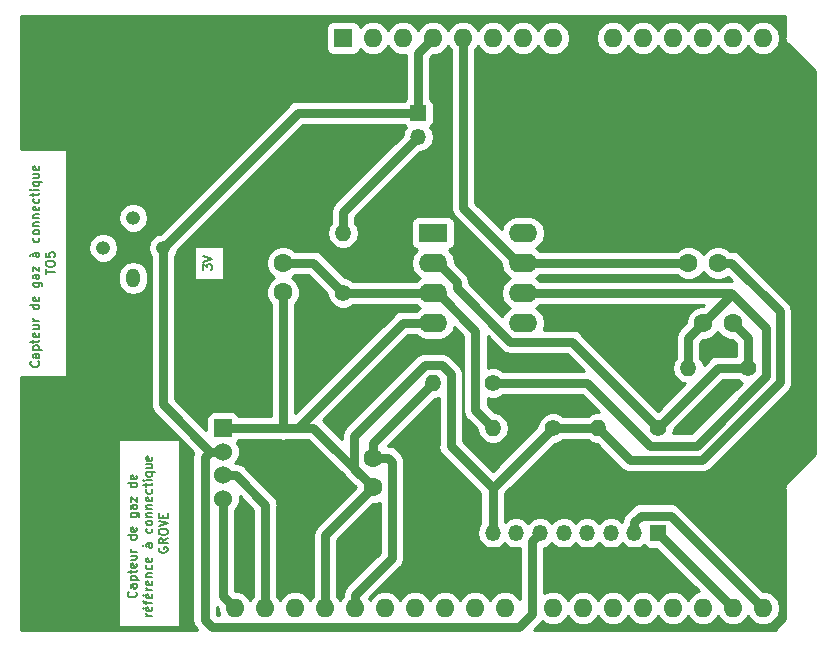
<source format=gbr>
G04 #@! TF.GenerationSoftware,KiCad,Pcbnew,(5.0.0)*
G04 #@! TF.CreationDate,2018-11-30T17:16:34+01:00*
G04 #@! TF.ProjectId,GazSensor-Rodier&Xu,47617A53656E736F722D526F64696572,1.0*
G04 #@! TF.SameCoordinates,Original*
G04 #@! TF.FileFunction,Copper,L1,Top,Signal*
G04 #@! TF.FilePolarity,Positive*
%FSLAX46Y46*%
G04 Gerber Fmt 4.6, Leading zero omitted, Abs format (unit mm)*
G04 Created by KiCad (PCBNEW (5.0.0)) date 11/30/18 17:16:34*
%MOMM*%
%LPD*%
G01*
G04 APERTURE LIST*
G04 #@! TA.AperFunction,NonConductor*
%ADD10C,0.187500*%
G04 #@! TD*
G04 #@! TA.AperFunction,ComponentPad*
%ADD11O,1.600000X1.600000*%
G04 #@! TD*
G04 #@! TA.AperFunction,ComponentPad*
%ADD12R,1.600000X1.600000*%
G04 #@! TD*
G04 #@! TA.AperFunction,ComponentPad*
%ADD13C,1.600000*%
G04 #@! TD*
G04 #@! TA.AperFunction,ComponentPad*
%ADD14O,2.400000X1.600000*%
G04 #@! TD*
G04 #@! TA.AperFunction,ComponentPad*
%ADD15R,2.400000X1.600000*%
G04 #@! TD*
G04 #@! TA.AperFunction,ComponentPad*
%ADD16C,1.400000*%
G04 #@! TD*
G04 #@! TA.AperFunction,ComponentPad*
%ADD17O,1.400000X1.400000*%
G04 #@! TD*
G04 #@! TA.AperFunction,ComponentPad*
%ADD18O,1.200000X1.600000*%
G04 #@! TD*
G04 #@! TA.AperFunction,ComponentPad*
%ADD19O,1.200000X1.200000*%
G04 #@! TD*
G04 #@! TA.AperFunction,ComponentPad*
%ADD20R,1.524000X1.524000*%
G04 #@! TD*
G04 #@! TA.AperFunction,ComponentPad*
%ADD21C,1.524000*%
G04 #@! TD*
G04 #@! TA.AperFunction,ComponentPad*
%ADD22R,1.350000X1.350000*%
G04 #@! TD*
G04 #@! TA.AperFunction,ComponentPad*
%ADD23O,1.350000X1.350000*%
G04 #@! TD*
G04 #@! TA.AperFunction,Conductor*
%ADD24C,0.800000*%
G04 #@! TD*
G04 #@! TA.AperFunction,NonConductor*
%ADD25C,0.254000*%
G04 #@! TD*
G04 APERTURE END LIST*
D10*
X122145357Y-124380000D02*
X122181071Y-124415714D01*
X122216785Y-124522857D01*
X122216785Y-124594285D01*
X122181071Y-124701428D01*
X122109642Y-124772857D01*
X122038214Y-124808571D01*
X121895357Y-124844285D01*
X121788214Y-124844285D01*
X121645357Y-124808571D01*
X121573928Y-124772857D01*
X121502500Y-124701428D01*
X121466785Y-124594285D01*
X121466785Y-124522857D01*
X121502500Y-124415714D01*
X121538214Y-124380000D01*
X122216785Y-123737142D02*
X121823928Y-123737142D01*
X121752500Y-123772857D01*
X121716785Y-123844285D01*
X121716785Y-123987142D01*
X121752500Y-124058571D01*
X122181071Y-123737142D02*
X122216785Y-123808571D01*
X122216785Y-123987142D01*
X122181071Y-124058571D01*
X122109642Y-124094285D01*
X122038214Y-124094285D01*
X121966785Y-124058571D01*
X121931071Y-123987142D01*
X121931071Y-123808571D01*
X121895357Y-123737142D01*
X121716785Y-123380000D02*
X122466785Y-123380000D01*
X121752500Y-123380000D02*
X121716785Y-123308571D01*
X121716785Y-123165714D01*
X121752500Y-123094285D01*
X121788214Y-123058571D01*
X121859642Y-123022857D01*
X122073928Y-123022857D01*
X122145357Y-123058571D01*
X122181071Y-123094285D01*
X122216785Y-123165714D01*
X122216785Y-123308571D01*
X122181071Y-123380000D01*
X121716785Y-122808571D02*
X121716785Y-122522857D01*
X121466785Y-122701428D02*
X122109642Y-122701428D01*
X122181071Y-122665714D01*
X122216785Y-122594285D01*
X122216785Y-122522857D01*
X122181071Y-121987142D02*
X122216785Y-122058571D01*
X122216785Y-122201428D01*
X122181071Y-122272857D01*
X122109642Y-122308571D01*
X121823928Y-122308571D01*
X121752500Y-122272857D01*
X121716785Y-122201428D01*
X121716785Y-122058571D01*
X121752500Y-121987142D01*
X121823928Y-121951428D01*
X121895357Y-121951428D01*
X121966785Y-122308571D01*
X121716785Y-121308571D02*
X122216785Y-121308571D01*
X121716785Y-121630000D02*
X122109642Y-121630000D01*
X122181071Y-121594285D01*
X122216785Y-121522857D01*
X122216785Y-121415714D01*
X122181071Y-121344285D01*
X122145357Y-121308571D01*
X122216785Y-120951428D02*
X121716785Y-120951428D01*
X121859642Y-120951428D02*
X121788214Y-120915714D01*
X121752500Y-120880000D01*
X121716785Y-120808571D01*
X121716785Y-120737142D01*
X122216785Y-119594285D02*
X121466785Y-119594285D01*
X122181071Y-119594285D02*
X122216785Y-119665714D01*
X122216785Y-119808571D01*
X122181071Y-119880000D01*
X122145357Y-119915714D01*
X122073928Y-119951428D01*
X121859642Y-119951428D01*
X121788214Y-119915714D01*
X121752500Y-119880000D01*
X121716785Y-119808571D01*
X121716785Y-119665714D01*
X121752500Y-119594285D01*
X122181071Y-118951428D02*
X122216785Y-119022857D01*
X122216785Y-119165714D01*
X122181071Y-119237142D01*
X122109642Y-119272857D01*
X121823928Y-119272857D01*
X121752500Y-119237142D01*
X121716785Y-119165714D01*
X121716785Y-119022857D01*
X121752500Y-118951428D01*
X121823928Y-118915714D01*
X121895357Y-118915714D01*
X121966785Y-119272857D01*
X121716785Y-117701428D02*
X122323928Y-117701428D01*
X122395357Y-117737142D01*
X122431071Y-117772857D01*
X122466785Y-117844285D01*
X122466785Y-117951428D01*
X122431071Y-118022857D01*
X122181071Y-117701428D02*
X122216785Y-117772857D01*
X122216785Y-117915714D01*
X122181071Y-117987142D01*
X122145357Y-118022857D01*
X122073928Y-118058571D01*
X121859642Y-118058571D01*
X121788214Y-118022857D01*
X121752500Y-117987142D01*
X121716785Y-117915714D01*
X121716785Y-117772857D01*
X121752500Y-117701428D01*
X122216785Y-117022857D02*
X121823928Y-117022857D01*
X121752500Y-117058571D01*
X121716785Y-117130000D01*
X121716785Y-117272857D01*
X121752500Y-117344285D01*
X122181071Y-117022857D02*
X122216785Y-117094285D01*
X122216785Y-117272857D01*
X122181071Y-117344285D01*
X122109642Y-117380000D01*
X122038214Y-117380000D01*
X121966785Y-117344285D01*
X121931071Y-117272857D01*
X121931071Y-117094285D01*
X121895357Y-117022857D01*
X121716785Y-116737142D02*
X121716785Y-116344285D01*
X122216785Y-116737142D01*
X122216785Y-116344285D01*
X122216785Y-115165714D02*
X121466785Y-115165714D01*
X122181071Y-115165714D02*
X122216785Y-115237142D01*
X122216785Y-115380000D01*
X122181071Y-115451428D01*
X122145357Y-115487142D01*
X122073928Y-115522857D01*
X121859642Y-115522857D01*
X121788214Y-115487142D01*
X121752500Y-115451428D01*
X121716785Y-115380000D01*
X121716785Y-115237142D01*
X121752500Y-115165714D01*
X122181071Y-114522857D02*
X122216785Y-114594285D01*
X122216785Y-114737142D01*
X122181071Y-114808571D01*
X122109642Y-114844285D01*
X121823928Y-114844285D01*
X121752500Y-114808571D01*
X121716785Y-114737142D01*
X121716785Y-114594285D01*
X121752500Y-114522857D01*
X121823928Y-114487142D01*
X121895357Y-114487142D01*
X121966785Y-114844285D01*
X123529285Y-126397857D02*
X123029285Y-126397857D01*
X123172142Y-126397857D02*
X123100714Y-126362142D01*
X123065000Y-126326428D01*
X123029285Y-126255000D01*
X123029285Y-126183571D01*
X123493571Y-125647857D02*
X123529285Y-125719285D01*
X123529285Y-125862142D01*
X123493571Y-125933571D01*
X123422142Y-125969285D01*
X123136428Y-125969285D01*
X123065000Y-125933571D01*
X123029285Y-125862142D01*
X123029285Y-125719285D01*
X123065000Y-125647857D01*
X123136428Y-125612142D01*
X123207857Y-125612142D01*
X123279285Y-125969285D01*
X122743571Y-125719285D02*
X122850714Y-125826428D01*
X123029285Y-125397857D02*
X123029285Y-125112142D01*
X123529285Y-125290714D02*
X122886428Y-125290714D01*
X122815000Y-125255000D01*
X122779285Y-125183571D01*
X122779285Y-125112142D01*
X123493571Y-124576428D02*
X123529285Y-124647857D01*
X123529285Y-124790714D01*
X123493571Y-124862142D01*
X123422142Y-124897857D01*
X123136428Y-124897857D01*
X123065000Y-124862142D01*
X123029285Y-124790714D01*
X123029285Y-124647857D01*
X123065000Y-124576428D01*
X123136428Y-124540714D01*
X123207857Y-124540714D01*
X123279285Y-124897857D01*
X122743571Y-124647857D02*
X122850714Y-124755000D01*
X123529285Y-124219285D02*
X123029285Y-124219285D01*
X123172142Y-124219285D02*
X123100714Y-124183571D01*
X123065000Y-124147857D01*
X123029285Y-124076428D01*
X123029285Y-124005000D01*
X123493571Y-123469285D02*
X123529285Y-123540714D01*
X123529285Y-123683571D01*
X123493571Y-123755000D01*
X123422142Y-123790714D01*
X123136428Y-123790714D01*
X123065000Y-123755000D01*
X123029285Y-123683571D01*
X123029285Y-123540714D01*
X123065000Y-123469285D01*
X123136428Y-123433571D01*
X123207857Y-123433571D01*
X123279285Y-123790714D01*
X123029285Y-123112142D02*
X123529285Y-123112142D01*
X123100714Y-123112142D02*
X123065000Y-123076428D01*
X123029285Y-123005000D01*
X123029285Y-122897857D01*
X123065000Y-122826428D01*
X123136428Y-122790714D01*
X123529285Y-122790714D01*
X123493571Y-122112142D02*
X123529285Y-122183571D01*
X123529285Y-122326428D01*
X123493571Y-122397857D01*
X123457857Y-122433571D01*
X123386428Y-122469285D01*
X123172142Y-122469285D01*
X123100714Y-122433571D01*
X123065000Y-122397857D01*
X123029285Y-122326428D01*
X123029285Y-122183571D01*
X123065000Y-122112142D01*
X123493571Y-121505000D02*
X123529285Y-121576428D01*
X123529285Y-121719285D01*
X123493571Y-121790714D01*
X123422142Y-121826428D01*
X123136428Y-121826428D01*
X123065000Y-121790714D01*
X123029285Y-121719285D01*
X123029285Y-121576428D01*
X123065000Y-121505000D01*
X123136428Y-121469285D01*
X123207857Y-121469285D01*
X123279285Y-121826428D01*
X123529285Y-120255000D02*
X123136428Y-120255000D01*
X123065000Y-120290714D01*
X123029285Y-120362142D01*
X123029285Y-120505000D01*
X123065000Y-120576428D01*
X123493571Y-120255000D02*
X123529285Y-120326428D01*
X123529285Y-120505000D01*
X123493571Y-120576428D01*
X123422142Y-120612142D01*
X123350714Y-120612142D01*
X123279285Y-120576428D01*
X123243571Y-120505000D01*
X123243571Y-120326428D01*
X123207857Y-120255000D01*
X122743571Y-120505000D02*
X122850714Y-120397857D01*
X123493571Y-119005000D02*
X123529285Y-119076428D01*
X123529285Y-119219285D01*
X123493571Y-119290714D01*
X123457857Y-119326428D01*
X123386428Y-119362142D01*
X123172142Y-119362142D01*
X123100714Y-119326428D01*
X123065000Y-119290714D01*
X123029285Y-119219285D01*
X123029285Y-119076428D01*
X123065000Y-119005000D01*
X123529285Y-118576428D02*
X123493571Y-118647857D01*
X123457857Y-118683571D01*
X123386428Y-118719285D01*
X123172142Y-118719285D01*
X123100714Y-118683571D01*
X123065000Y-118647857D01*
X123029285Y-118576428D01*
X123029285Y-118469285D01*
X123065000Y-118397857D01*
X123100714Y-118362142D01*
X123172142Y-118326428D01*
X123386428Y-118326428D01*
X123457857Y-118362142D01*
X123493571Y-118397857D01*
X123529285Y-118469285D01*
X123529285Y-118576428D01*
X123029285Y-118005000D02*
X123529285Y-118005000D01*
X123100714Y-118005000D02*
X123065000Y-117969285D01*
X123029285Y-117897857D01*
X123029285Y-117790714D01*
X123065000Y-117719285D01*
X123136428Y-117683571D01*
X123529285Y-117683571D01*
X123029285Y-117326428D02*
X123529285Y-117326428D01*
X123100714Y-117326428D02*
X123065000Y-117290714D01*
X123029285Y-117219285D01*
X123029285Y-117112142D01*
X123065000Y-117040714D01*
X123136428Y-117005000D01*
X123529285Y-117005000D01*
X123493571Y-116362142D02*
X123529285Y-116433571D01*
X123529285Y-116576428D01*
X123493571Y-116647857D01*
X123422142Y-116683571D01*
X123136428Y-116683571D01*
X123065000Y-116647857D01*
X123029285Y-116576428D01*
X123029285Y-116433571D01*
X123065000Y-116362142D01*
X123136428Y-116326428D01*
X123207857Y-116326428D01*
X123279285Y-116683571D01*
X123493571Y-115683571D02*
X123529285Y-115755000D01*
X123529285Y-115897857D01*
X123493571Y-115969285D01*
X123457857Y-116005000D01*
X123386428Y-116040714D01*
X123172142Y-116040714D01*
X123100714Y-116005000D01*
X123065000Y-115969285D01*
X123029285Y-115897857D01*
X123029285Y-115755000D01*
X123065000Y-115683571D01*
X123029285Y-115469285D02*
X123029285Y-115183571D01*
X122779285Y-115362142D02*
X123422142Y-115362142D01*
X123493571Y-115326428D01*
X123529285Y-115255000D01*
X123529285Y-115183571D01*
X123529285Y-114933571D02*
X123029285Y-114933571D01*
X122779285Y-114933571D02*
X122815000Y-114969285D01*
X122850714Y-114933571D01*
X122815000Y-114897857D01*
X122779285Y-114933571D01*
X122850714Y-114933571D01*
X123029285Y-114255000D02*
X123779285Y-114255000D01*
X123493571Y-114255000D02*
X123529285Y-114326428D01*
X123529285Y-114469285D01*
X123493571Y-114540714D01*
X123457857Y-114576428D01*
X123386428Y-114612142D01*
X123172142Y-114612142D01*
X123100714Y-114576428D01*
X123065000Y-114540714D01*
X123029285Y-114469285D01*
X123029285Y-114326428D01*
X123065000Y-114255000D01*
X123029285Y-113576428D02*
X123529285Y-113576428D01*
X123029285Y-113897857D02*
X123422142Y-113897857D01*
X123493571Y-113862142D01*
X123529285Y-113790714D01*
X123529285Y-113683571D01*
X123493571Y-113612142D01*
X123457857Y-113576428D01*
X123493571Y-112933571D02*
X123529285Y-113005000D01*
X123529285Y-113147857D01*
X123493571Y-113219285D01*
X123422142Y-113255000D01*
X123136428Y-113255000D01*
X123065000Y-113219285D01*
X123029285Y-113147857D01*
X123029285Y-113005000D01*
X123065000Y-112933571D01*
X123136428Y-112897857D01*
X123207857Y-112897857D01*
X123279285Y-113255000D01*
X124127500Y-120612142D02*
X124091785Y-120683571D01*
X124091785Y-120790714D01*
X124127500Y-120897857D01*
X124198928Y-120969285D01*
X124270357Y-121005000D01*
X124413214Y-121040714D01*
X124520357Y-121040714D01*
X124663214Y-121005000D01*
X124734642Y-120969285D01*
X124806071Y-120897857D01*
X124841785Y-120790714D01*
X124841785Y-120719285D01*
X124806071Y-120612142D01*
X124770357Y-120576428D01*
X124520357Y-120576428D01*
X124520357Y-120719285D01*
X124841785Y-119826428D02*
X124484642Y-120076428D01*
X124841785Y-120255000D02*
X124091785Y-120255000D01*
X124091785Y-119969285D01*
X124127500Y-119897857D01*
X124163214Y-119862142D01*
X124234642Y-119826428D01*
X124341785Y-119826428D01*
X124413214Y-119862142D01*
X124448928Y-119897857D01*
X124484642Y-119969285D01*
X124484642Y-120255000D01*
X124091785Y-119362142D02*
X124091785Y-119219285D01*
X124127500Y-119147857D01*
X124198928Y-119076428D01*
X124341785Y-119040714D01*
X124591785Y-119040714D01*
X124734642Y-119076428D01*
X124806071Y-119147857D01*
X124841785Y-119219285D01*
X124841785Y-119362142D01*
X124806071Y-119433571D01*
X124734642Y-119505000D01*
X124591785Y-119540714D01*
X124341785Y-119540714D01*
X124198928Y-119505000D01*
X124127500Y-119433571D01*
X124091785Y-119362142D01*
X124091785Y-118826428D02*
X124841785Y-118576428D01*
X124091785Y-118326428D01*
X124448928Y-118076428D02*
X124448928Y-117826428D01*
X124841785Y-117719285D02*
X124841785Y-118076428D01*
X124091785Y-118076428D01*
X124091785Y-117719285D01*
X127859285Y-97091428D02*
X127859285Y-96627142D01*
X128145000Y-96877142D01*
X128145000Y-96770000D01*
X128180714Y-96698571D01*
X128216428Y-96662857D01*
X128287857Y-96627142D01*
X128466428Y-96627142D01*
X128537857Y-96662857D01*
X128573571Y-96698571D01*
X128609285Y-96770000D01*
X128609285Y-96984285D01*
X128573571Y-97055714D01*
X128537857Y-97091428D01*
X127859285Y-96412857D02*
X128609285Y-96162857D01*
X127859285Y-95912857D01*
X113911607Y-104859285D02*
X113947321Y-104895000D01*
X113983035Y-105002142D01*
X113983035Y-105073571D01*
X113947321Y-105180714D01*
X113875892Y-105252142D01*
X113804464Y-105287857D01*
X113661607Y-105323571D01*
X113554464Y-105323571D01*
X113411607Y-105287857D01*
X113340178Y-105252142D01*
X113268750Y-105180714D01*
X113233035Y-105073571D01*
X113233035Y-105002142D01*
X113268750Y-104895000D01*
X113304464Y-104859285D01*
X113983035Y-104216428D02*
X113590178Y-104216428D01*
X113518750Y-104252142D01*
X113483035Y-104323571D01*
X113483035Y-104466428D01*
X113518750Y-104537857D01*
X113947321Y-104216428D02*
X113983035Y-104287857D01*
X113983035Y-104466428D01*
X113947321Y-104537857D01*
X113875892Y-104573571D01*
X113804464Y-104573571D01*
X113733035Y-104537857D01*
X113697321Y-104466428D01*
X113697321Y-104287857D01*
X113661607Y-104216428D01*
X113483035Y-103859285D02*
X114233035Y-103859285D01*
X113518750Y-103859285D02*
X113483035Y-103787857D01*
X113483035Y-103645000D01*
X113518750Y-103573571D01*
X113554464Y-103537857D01*
X113625892Y-103502142D01*
X113840178Y-103502142D01*
X113911607Y-103537857D01*
X113947321Y-103573571D01*
X113983035Y-103645000D01*
X113983035Y-103787857D01*
X113947321Y-103859285D01*
X113483035Y-103287857D02*
X113483035Y-103002142D01*
X113233035Y-103180714D02*
X113875892Y-103180714D01*
X113947321Y-103145000D01*
X113983035Y-103073571D01*
X113983035Y-103002142D01*
X113947321Y-102466428D02*
X113983035Y-102537857D01*
X113983035Y-102680714D01*
X113947321Y-102752142D01*
X113875892Y-102787857D01*
X113590178Y-102787857D01*
X113518750Y-102752142D01*
X113483035Y-102680714D01*
X113483035Y-102537857D01*
X113518750Y-102466428D01*
X113590178Y-102430714D01*
X113661607Y-102430714D01*
X113733035Y-102787857D01*
X113483035Y-101787857D02*
X113983035Y-101787857D01*
X113483035Y-102109285D02*
X113875892Y-102109285D01*
X113947321Y-102073571D01*
X113983035Y-102002142D01*
X113983035Y-101895000D01*
X113947321Y-101823571D01*
X113911607Y-101787857D01*
X113983035Y-101430714D02*
X113483035Y-101430714D01*
X113625892Y-101430714D02*
X113554464Y-101395000D01*
X113518750Y-101359285D01*
X113483035Y-101287857D01*
X113483035Y-101216428D01*
X113983035Y-100073571D02*
X113233035Y-100073571D01*
X113947321Y-100073571D02*
X113983035Y-100145000D01*
X113983035Y-100287857D01*
X113947321Y-100359285D01*
X113911607Y-100395000D01*
X113840178Y-100430714D01*
X113625892Y-100430714D01*
X113554464Y-100395000D01*
X113518750Y-100359285D01*
X113483035Y-100287857D01*
X113483035Y-100145000D01*
X113518750Y-100073571D01*
X113947321Y-99430714D02*
X113983035Y-99502142D01*
X113983035Y-99645000D01*
X113947321Y-99716428D01*
X113875892Y-99752142D01*
X113590178Y-99752142D01*
X113518750Y-99716428D01*
X113483035Y-99645000D01*
X113483035Y-99502142D01*
X113518750Y-99430714D01*
X113590178Y-99395000D01*
X113661607Y-99395000D01*
X113733035Y-99752142D01*
X113483035Y-98180714D02*
X114090178Y-98180714D01*
X114161607Y-98216428D01*
X114197321Y-98252142D01*
X114233035Y-98323571D01*
X114233035Y-98430714D01*
X114197321Y-98502142D01*
X113947321Y-98180714D02*
X113983035Y-98252142D01*
X113983035Y-98395000D01*
X113947321Y-98466428D01*
X113911607Y-98502142D01*
X113840178Y-98537857D01*
X113625892Y-98537857D01*
X113554464Y-98502142D01*
X113518750Y-98466428D01*
X113483035Y-98395000D01*
X113483035Y-98252142D01*
X113518750Y-98180714D01*
X113983035Y-97502142D02*
X113590178Y-97502142D01*
X113518750Y-97537857D01*
X113483035Y-97609285D01*
X113483035Y-97752142D01*
X113518750Y-97823571D01*
X113947321Y-97502142D02*
X113983035Y-97573571D01*
X113983035Y-97752142D01*
X113947321Y-97823571D01*
X113875892Y-97859285D01*
X113804464Y-97859285D01*
X113733035Y-97823571D01*
X113697321Y-97752142D01*
X113697321Y-97573571D01*
X113661607Y-97502142D01*
X113483035Y-97216428D02*
X113483035Y-96823571D01*
X113983035Y-97216428D01*
X113983035Y-96823571D01*
X113983035Y-95645000D02*
X113590178Y-95645000D01*
X113518750Y-95680714D01*
X113483035Y-95752142D01*
X113483035Y-95895000D01*
X113518750Y-95966428D01*
X113947321Y-95645000D02*
X113983035Y-95716428D01*
X113983035Y-95895000D01*
X113947321Y-95966428D01*
X113875892Y-96002142D01*
X113804464Y-96002142D01*
X113733035Y-95966428D01*
X113697321Y-95895000D01*
X113697321Y-95716428D01*
X113661607Y-95645000D01*
X113197321Y-95895000D02*
X113304464Y-95787857D01*
X113947321Y-94395000D02*
X113983035Y-94466428D01*
X113983035Y-94609285D01*
X113947321Y-94680714D01*
X113911607Y-94716428D01*
X113840178Y-94752142D01*
X113625892Y-94752142D01*
X113554464Y-94716428D01*
X113518750Y-94680714D01*
X113483035Y-94609285D01*
X113483035Y-94466428D01*
X113518750Y-94395000D01*
X113983035Y-93966428D02*
X113947321Y-94037857D01*
X113911607Y-94073571D01*
X113840178Y-94109285D01*
X113625892Y-94109285D01*
X113554464Y-94073571D01*
X113518750Y-94037857D01*
X113483035Y-93966428D01*
X113483035Y-93859285D01*
X113518750Y-93787857D01*
X113554464Y-93752142D01*
X113625892Y-93716428D01*
X113840178Y-93716428D01*
X113911607Y-93752142D01*
X113947321Y-93787857D01*
X113983035Y-93859285D01*
X113983035Y-93966428D01*
X113483035Y-93395000D02*
X113983035Y-93395000D01*
X113554464Y-93395000D02*
X113518750Y-93359285D01*
X113483035Y-93287857D01*
X113483035Y-93180714D01*
X113518750Y-93109285D01*
X113590178Y-93073571D01*
X113983035Y-93073571D01*
X113483035Y-92716428D02*
X113983035Y-92716428D01*
X113554464Y-92716428D02*
X113518750Y-92680714D01*
X113483035Y-92609285D01*
X113483035Y-92502142D01*
X113518750Y-92430714D01*
X113590178Y-92395000D01*
X113983035Y-92395000D01*
X113947321Y-91752142D02*
X113983035Y-91823571D01*
X113983035Y-91966428D01*
X113947321Y-92037857D01*
X113875892Y-92073571D01*
X113590178Y-92073571D01*
X113518750Y-92037857D01*
X113483035Y-91966428D01*
X113483035Y-91823571D01*
X113518750Y-91752142D01*
X113590178Y-91716428D01*
X113661607Y-91716428D01*
X113733035Y-92073571D01*
X113947321Y-91073571D02*
X113983035Y-91145000D01*
X113983035Y-91287857D01*
X113947321Y-91359285D01*
X113911607Y-91395000D01*
X113840178Y-91430714D01*
X113625892Y-91430714D01*
X113554464Y-91395000D01*
X113518750Y-91359285D01*
X113483035Y-91287857D01*
X113483035Y-91145000D01*
X113518750Y-91073571D01*
X113483035Y-90859285D02*
X113483035Y-90573571D01*
X113233035Y-90752142D02*
X113875892Y-90752142D01*
X113947321Y-90716428D01*
X113983035Y-90645000D01*
X113983035Y-90573571D01*
X113983035Y-90323571D02*
X113483035Y-90323571D01*
X113233035Y-90323571D02*
X113268750Y-90359285D01*
X113304464Y-90323571D01*
X113268750Y-90287857D01*
X113233035Y-90323571D01*
X113304464Y-90323571D01*
X113483035Y-89645000D02*
X114233035Y-89645000D01*
X113947321Y-89645000D02*
X113983035Y-89716428D01*
X113983035Y-89859285D01*
X113947321Y-89930714D01*
X113911607Y-89966428D01*
X113840178Y-90002142D01*
X113625892Y-90002142D01*
X113554464Y-89966428D01*
X113518750Y-89930714D01*
X113483035Y-89859285D01*
X113483035Y-89716428D01*
X113518750Y-89645000D01*
X113483035Y-88966428D02*
X113983035Y-88966428D01*
X113483035Y-89287857D02*
X113875892Y-89287857D01*
X113947321Y-89252142D01*
X113983035Y-89180714D01*
X113983035Y-89073571D01*
X113947321Y-89002142D01*
X113911607Y-88966428D01*
X113947321Y-88323571D02*
X113983035Y-88395000D01*
X113983035Y-88537857D01*
X113947321Y-88609285D01*
X113875892Y-88645000D01*
X113590178Y-88645000D01*
X113518750Y-88609285D01*
X113483035Y-88537857D01*
X113483035Y-88395000D01*
X113518750Y-88323571D01*
X113590178Y-88287857D01*
X113661607Y-88287857D01*
X113733035Y-88645000D01*
X114545535Y-97484285D02*
X114545535Y-97055714D01*
X115295535Y-97270000D02*
X114545535Y-97270000D01*
X114545535Y-96662857D02*
X114545535Y-96520000D01*
X114581250Y-96448571D01*
X114652678Y-96377142D01*
X114795535Y-96341428D01*
X115045535Y-96341428D01*
X115188392Y-96377142D01*
X115259821Y-96448571D01*
X115295535Y-96520000D01*
X115295535Y-96662857D01*
X115259821Y-96734285D01*
X115188392Y-96805714D01*
X115045535Y-96841428D01*
X114795535Y-96841428D01*
X114652678Y-96805714D01*
X114581250Y-96734285D01*
X114545535Y-96662857D01*
X114545535Y-95662857D02*
X114545535Y-96020000D01*
X114902678Y-96055714D01*
X114866964Y-96020000D01*
X114831250Y-95948571D01*
X114831250Y-95770000D01*
X114866964Y-95698571D01*
X114902678Y-95662857D01*
X114974107Y-95627142D01*
X115152678Y-95627142D01*
X115224107Y-95662857D01*
X115259821Y-95698571D01*
X115295535Y-95770000D01*
X115295535Y-95948571D01*
X115259821Y-96020000D01*
X115224107Y-96055714D01*
D11*
G04 #@! TO.P,A1,32*
G04 #@! TO.N,arduinoSCL*
X130560000Y-125730000D03*
G04 #@! TO.P,A1,31*
G04 #@! TO.N,arduinoSDA*
X133100000Y-125730000D03*
D12*
G04 #@! TO.P,A1,1*
G04 #@! TO.N,N/C*
X139700000Y-77470000D03*
D11*
G04 #@! TO.P,A1,17*
X170180000Y-125730000D03*
G04 #@! TO.P,A1,2*
X142240000Y-77470000D03*
G04 #@! TO.P,A1,18*
X167640000Y-125730000D03*
G04 #@! TO.P,A1,3*
X144780000Y-77470000D03*
G04 #@! TO.P,A1,19*
X165100000Y-125730000D03*
G04 #@! TO.P,A1,4*
G04 #@! TO.N,arduino3v*
X147320000Y-77470000D03*
G04 #@! TO.P,A1,20*
G04 #@! TO.N,N/C*
X162560000Y-125730000D03*
G04 #@! TO.P,A1,5*
G04 #@! TO.N,arduino5v*
X149860000Y-77470000D03*
G04 #@! TO.P,A1,21*
G04 #@! TO.N,N/C*
X160020000Y-125730000D03*
G04 #@! TO.P,A1,6*
X152400000Y-77470000D03*
G04 #@! TO.P,A1,22*
X157480000Y-125730000D03*
G04 #@! TO.P,A1,7*
X154940000Y-77470000D03*
G04 #@! TO.P,A1,23*
X153420000Y-125730000D03*
G04 #@! TO.P,A1,8*
X157480000Y-77470000D03*
G04 #@! TO.P,A1,24*
X150880000Y-125730000D03*
G04 #@! TO.P,A1,9*
X162560000Y-77470000D03*
G04 #@! TO.P,A1,25*
X148340000Y-125730000D03*
G04 #@! TO.P,A1,10*
X165100000Y-77470000D03*
G04 #@! TO.P,A1,26*
X145800000Y-125730000D03*
G04 #@! TO.P,A1,11*
X167640000Y-77470000D03*
G04 #@! TO.P,A1,27*
X143260000Y-125730000D03*
G04 #@! TO.P,A1,12*
X170180000Y-77470000D03*
G04 #@! TO.P,A1,28*
G04 #@! TO.N,arduino*
X140720000Y-125730000D03*
G04 #@! TO.P,A1,13*
G04 #@! TO.N,N/C*
X172720000Y-77470000D03*
G04 #@! TO.P,A1,29*
G04 #@! TO.N,arduinognd*
X138180000Y-125730000D03*
G04 #@! TO.P,A1,14*
G04 #@! TO.N,N/C*
X175260000Y-77470000D03*
G04 #@! TO.P,A1,30*
X135640000Y-125730000D03*
G04 #@! TO.P,A1,15*
G04 #@! TO.N,arduinoRx*
X175260000Y-125730000D03*
G04 #@! TO.P,A1,16*
G04 #@! TO.N,arduinoTx*
X172720000Y-125730000D03*
G04 #@! TD*
D13*
G04 #@! TO.P,C4,1*
G04 #@! TO.N,Net-(AOP1-Pad6)*
X170180000Y-101600000D03*
G04 #@! TO.P,C4,2*
G04 #@! TO.N,Net-(AOP1-Pad2)*
X172680000Y-101600000D03*
G04 #@! TD*
D14*
G04 #@! TO.P,AOP1,8*
G04 #@! TO.N,N/C*
X154940000Y-93980000D03*
G04 #@! TO.P,AOP1,4*
G04 #@! TO.N,arduinognd*
X147320000Y-101600000D03*
G04 #@! TO.P,AOP1,7*
G04 #@! TO.N,arduino5v*
X154940000Y-96520000D03*
G04 #@! TO.P,AOP1,3*
G04 #@! TO.N,Net-(AOP1-Pad3)*
X147320000Y-99060000D03*
G04 #@! TO.P,AOP1,6*
G04 #@! TO.N,Net-(AOP1-Pad6)*
X154940000Y-99060000D03*
G04 #@! TO.P,AOP1,2*
G04 #@! TO.N,Net-(AOP1-Pad2)*
X147320000Y-96520000D03*
G04 #@! TO.P,AOP1,5*
G04 #@! TO.N,N/C*
X154940000Y-101600000D03*
D15*
G04 #@! TO.P,AOP1,1*
X147320000Y-93980000D03*
G04 #@! TD*
D13*
G04 #@! TO.P,C1,1*
G04 #@! TO.N,Net-(AOP1-Pad3)*
X134620000Y-96520000D03*
G04 #@! TO.P,C1,2*
G04 #@! TO.N,arduinognd*
X134620000Y-99020000D03*
G04 #@! TD*
G04 #@! TO.P,C2,2*
G04 #@! TO.N,arduinognd*
X142240000Y-115530000D03*
G04 #@! TO.P,C2,1*
G04 #@! TO.N,arduino*
X142240000Y-113030000D03*
G04 #@! TD*
G04 #@! TO.P,C3,1*
G04 #@! TO.N,arduinognd*
X171450000Y-96520000D03*
G04 #@! TO.P,C3,2*
G04 #@! TO.N,arduino5v*
X168950000Y-96520000D03*
G04 #@! TD*
D16*
G04 #@! TO.P,R1,1*
G04 #@! TO.N,arduinognd*
X157480000Y-110490000D03*
D17*
G04 #@! TO.P,R1,2*
G04 #@! TO.N,Net-(AOP1-Pad3)*
X152400000Y-110490000D03*
G04 #@! TD*
G04 #@! TO.P,R3,2*
G04 #@! TO.N,Net-(AOP1-Pad6)*
X168910000Y-105410000D03*
D16*
G04 #@! TO.P,R3,1*
G04 #@! TO.N,Net-(AOP1-Pad2)*
X173990000Y-105410000D03*
G04 #@! TD*
G04 #@! TO.P,R5,1*
G04 #@! TO.N,Net-(AOP1-Pad3)*
X139700000Y-99060000D03*
D17*
G04 #@! TO.P,R5,2*
G04 #@! TO.N,Net-(J2-Pad2)*
X139700000Y-93980000D03*
G04 #@! TD*
D16*
G04 #@! TO.P,R6,1*
G04 #@! TO.N,Net-(AOP1-Pad6)*
X152400000Y-106680000D03*
D17*
G04 #@! TO.P,R6,2*
G04 #@! TO.N,arduino*
X147320000Y-106680000D03*
G04 #@! TD*
D16*
G04 #@! TO.P,Rcal1,1*
G04 #@! TO.N,Net-(AOP1-Pad2)*
X166370000Y-110490000D03*
D17*
G04 #@! TO.P,Rcal1,2*
G04 #@! TO.N,arduinognd*
X161290000Y-110490000D03*
G04 #@! TD*
D18*
G04 #@! TO.P,Rsensor1,1*
G04 #@! TO.N,N/C*
X121920000Y-97790000D03*
D19*
G04 #@! TO.P,Rsensor1,2*
G04 #@! TO.N,arduino3v*
X124460000Y-95250000D03*
G04 #@! TO.P,Rsensor1,3*
G04 #@! TO.N,N/C*
X121920000Y-92710000D03*
G04 #@! TO.P,Rsensor1,4*
X119380000Y-95250000D03*
G04 #@! TD*
D20*
G04 #@! TO.P,cGrove1,1*
G04 #@! TO.N,arduinognd*
X129540000Y-110490000D03*
D21*
G04 #@! TO.P,cGrove1,2*
G04 #@! TO.N,arduino3v*
X129540000Y-112490000D03*
G04 #@! TO.P,cGrove1,3*
G04 #@! TO.N,arduinoSDA*
X129540000Y-114490000D03*
G04 #@! TO.P,cGrove1,4*
G04 #@! TO.N,arduinoSCL*
X129540000Y-116490000D03*
G04 #@! TD*
D22*
G04 #@! TO.P,J1,1*
G04 #@! TO.N,arduinoTx*
X166370000Y-119380000D03*
D23*
G04 #@! TO.P,J1,2*
G04 #@! TO.N,arduinoRx*
X164370000Y-119380000D03*
G04 #@! TO.P,J1,3*
G04 #@! TO.N,N/C*
X162370000Y-119380000D03*
G04 #@! TO.P,J1,4*
X160370000Y-119380000D03*
G04 #@! TO.P,J1,5*
X158370000Y-119380000D03*
G04 #@! TO.P,J1,6*
G04 #@! TO.N,arduino3v*
X156370000Y-119380000D03*
G04 #@! TO.P,J1,7*
G04 #@! TO.N,N/C*
X154370000Y-119380000D03*
G04 #@! TO.P,J1,8*
G04 #@! TO.N,arduinognd*
X152370000Y-119380000D03*
G04 #@! TD*
D22*
G04 #@! TO.P,J2,1*
G04 #@! TO.N,arduino3v*
X146050000Y-83820000D03*
D23*
G04 #@! TO.P,J2,2*
G04 #@! TO.N,Net-(J2-Pad2)*
X146050000Y-85820000D03*
G04 #@! TD*
D24*
G04 #@! TO.N,arduino3v*
X127977999Y-112974371D02*
X127977999Y-126707999D01*
X128462370Y-112490000D02*
X127977999Y-112974371D01*
X128600001Y-127330001D02*
X154609999Y-127330001D01*
X127977999Y-126707999D02*
X128600001Y-127330001D01*
X155695001Y-120054999D02*
X156370000Y-119380000D01*
X155695001Y-126244999D02*
X155695001Y-120054999D01*
X154609999Y-127330001D02*
X155695001Y-126244999D01*
X135890000Y-83820000D02*
X124460000Y-95250000D01*
X146050000Y-83820000D02*
X135890000Y-83820000D01*
X124460000Y-96098528D02*
X124460000Y-95250000D01*
X124460000Y-108487630D02*
X124460000Y-96098528D01*
X128462370Y-112490000D02*
X124460000Y-108487630D01*
X129540000Y-112490000D02*
X128462370Y-112490000D01*
X146050000Y-78740000D02*
X147320000Y-77470000D01*
X146050000Y-83820000D02*
X146050000Y-78740000D01*
G04 #@! TO.N,arduino5v*
X154940000Y-96520000D02*
X155340000Y-96520000D01*
X168950000Y-96520000D02*
X154940000Y-96520000D01*
X149860000Y-78601370D02*
X149860000Y-77470000D01*
X149860000Y-91840000D02*
X149860000Y-78601370D01*
X154540000Y-96520000D02*
X149860000Y-91840000D01*
X154940000Y-96520000D02*
X154540000Y-96520000D01*
G04 #@! TO.N,arduino*
X140970000Y-125480000D02*
X140720000Y-125730000D01*
X142240000Y-111760000D02*
X147320000Y-106680000D01*
X142240000Y-113030000D02*
X142240000Y-111760000D01*
X143840001Y-121478629D02*
X143840001Y-113360001D01*
X140720000Y-124598630D02*
X143840001Y-121478629D01*
X140720000Y-125730000D02*
X140720000Y-124598630D01*
X143510000Y-113030000D02*
X142240000Y-113030000D01*
X143840001Y-113360001D02*
X143510000Y-113030000D01*
G04 #@! TO.N,arduinognd*
X157480000Y-110490000D02*
X161290000Y-110490000D01*
X152330000Y-119340000D02*
X152370000Y-119380000D01*
X134620000Y-110450000D02*
X134620000Y-99020000D01*
X134660000Y-110490000D02*
X134620000Y-110450000D01*
X138470000Y-125440000D02*
X138180000Y-125730000D01*
X134660000Y-110530000D02*
X134620000Y-110490000D01*
X134660000Y-110490000D02*
X134620000Y-110490000D01*
X134620000Y-110490000D02*
X129540000Y-110490000D01*
X152370000Y-115600000D02*
X157480000Y-110490000D01*
X152370000Y-119380000D02*
X152370000Y-115600000D01*
X134620000Y-110490000D02*
X135890000Y-110490000D01*
X135890000Y-110490000D02*
X144780000Y-101600000D01*
X137200000Y-110490000D02*
X142240000Y-115530000D01*
X135890000Y-110490000D02*
X137200000Y-110490000D01*
X138180000Y-119590000D02*
X142240000Y-115530000D01*
X138180000Y-125730000D02*
X138180000Y-119590000D01*
X148820001Y-112050001D02*
X152370000Y-115600000D01*
X148040001Y-105179999D02*
X148820001Y-105959999D01*
X148820001Y-105959999D02*
X148820001Y-112050001D01*
X146599999Y-105179999D02*
X148040001Y-105179999D01*
X140639999Y-111139999D02*
X146599999Y-105179999D01*
X140639999Y-113929999D02*
X140639999Y-111139999D01*
X142240000Y-115530000D02*
X140639999Y-113929999D01*
X144780000Y-101600000D02*
X147320000Y-101600000D01*
X176690012Y-106627061D02*
X176690012Y-100628642D01*
X176690012Y-100628642D02*
X172581370Y-96520000D01*
X170127061Y-113190012D02*
X176690012Y-106627061D01*
X163990012Y-113190012D02*
X170127061Y-113190012D01*
X161290000Y-110490000D02*
X163990012Y-113190012D01*
X172581370Y-96520000D02*
X171450000Y-96520000D01*
G04 #@! TO.N,Net-(AOP1-Pad2)*
X147720000Y-96520000D02*
X147320000Y-96520000D01*
X149320010Y-98120010D02*
X147720000Y-96520000D01*
X149320010Y-98642765D02*
X149320010Y-98120010D01*
X153877255Y-103200010D02*
X149320010Y-98642765D01*
X159080010Y-103200010D02*
X153877255Y-103200010D01*
X166370000Y-110490000D02*
X159080010Y-103200010D01*
X166370000Y-110490000D02*
X171450000Y-105410000D01*
X171450000Y-105410000D02*
X173000051Y-105410000D01*
X173000051Y-105410000D02*
X173990000Y-105410000D01*
X173990000Y-102910000D02*
X172680000Y-101600000D01*
X173990000Y-105410000D02*
X173990000Y-102910000D01*
G04 #@! TO.N,Net-(AOP1-Pad6)*
X154540000Y-99060000D02*
X154940000Y-99060000D01*
X156940000Y-99060000D02*
X154940000Y-99060000D01*
X172508002Y-99060000D02*
X156940000Y-99060000D01*
X160339998Y-106680000D02*
X165649999Y-111990001D01*
X152400000Y-106680000D02*
X160339998Y-106680000D01*
X165649999Y-111990001D02*
X169630001Y-111990001D01*
X169630001Y-111990001D02*
X175490001Y-106130001D01*
X175490001Y-106130001D02*
X175490001Y-102041999D01*
X175490001Y-102041999D02*
X172508002Y-99060000D01*
X168910000Y-102870000D02*
X170180000Y-101600000D01*
X168910000Y-105410000D02*
X168910000Y-102870000D01*
X172508002Y-99271998D02*
X172508002Y-99060000D01*
X170180000Y-101600000D02*
X172508002Y-99271998D01*
G04 #@! TO.N,Net-(AOP1-Pad3)*
X137160000Y-96520000D02*
X139700000Y-99060000D01*
X134620000Y-96520000D02*
X137160000Y-96520000D01*
X139700000Y-99060000D02*
X144780000Y-99060000D01*
X144780000Y-99060000D02*
X147320000Y-99060000D01*
X147720000Y-99060000D02*
X147320000Y-99060000D01*
X150899999Y-102239999D02*
X147720000Y-99060000D01*
X150899999Y-108989999D02*
X150899999Y-102239999D01*
X152400000Y-110490000D02*
X150899999Y-108989999D01*
G04 #@! TO.N,arduinoSCL*
X129540000Y-124710000D02*
X130560000Y-125730000D01*
X129540000Y-116490000D02*
X129540000Y-124710000D01*
G04 #@! TO.N,arduinoSDA*
X133100000Y-124598630D02*
X133100000Y-125730000D01*
X133100000Y-116972370D02*
X133100000Y-124598630D01*
X130617630Y-114490000D02*
X133100000Y-116972370D01*
X129540000Y-114490000D02*
X130617630Y-114490000D01*
G04 #@! TO.N,arduinoRx*
X174460001Y-124930001D02*
X175260000Y-125730000D01*
X167434999Y-117904999D02*
X174460001Y-124930001D01*
X164890407Y-117904999D02*
X167434999Y-117904999D01*
X164370000Y-118425406D02*
X164890407Y-117904999D01*
X164370000Y-119380000D02*
X164370000Y-118425406D01*
G04 #@! TO.N,arduinoTx*
X172720000Y-125730000D02*
X166370000Y-119380000D01*
G04 #@! TO.N,Net-(J2-Pad2)*
X139700000Y-92170000D02*
X146050000Y-85820000D01*
X139700000Y-93980000D02*
X139700000Y-92170000D01*
G04 #@! TD*
D25*
G36*
X177090001Y-77400071D02*
X177076091Y-77470000D01*
X177107206Y-77626422D01*
X177131196Y-77747028D01*
X177288120Y-77981881D01*
X177347402Y-78021492D01*
X179630000Y-80304091D01*
X179630001Y-112735908D01*
X177347402Y-115018508D01*
X177288119Y-115058120D01*
X177131195Y-115292973D01*
X177102999Y-115434724D01*
X177076091Y-115570000D01*
X177090000Y-115639924D01*
X177090001Y-126705908D01*
X176235910Y-127560000D01*
X155843710Y-127560000D01*
X156354777Y-127048934D01*
X156441194Y-126991192D01*
X156547182Y-126832570D01*
X156920091Y-127081740D01*
X157338667Y-127165000D01*
X157621333Y-127165000D01*
X158039909Y-127081740D01*
X158514577Y-126764577D01*
X158750000Y-126412242D01*
X158985423Y-126764577D01*
X159460091Y-127081740D01*
X159878667Y-127165000D01*
X160161333Y-127165000D01*
X160579909Y-127081740D01*
X161054577Y-126764577D01*
X161290000Y-126412242D01*
X161525423Y-126764577D01*
X162000091Y-127081740D01*
X162418667Y-127165000D01*
X162701333Y-127165000D01*
X163119909Y-127081740D01*
X163594577Y-126764577D01*
X163830000Y-126412242D01*
X164065423Y-126764577D01*
X164540091Y-127081740D01*
X164958667Y-127165000D01*
X165241333Y-127165000D01*
X165659909Y-127081740D01*
X166134577Y-126764577D01*
X166370000Y-126412242D01*
X166605423Y-126764577D01*
X167080091Y-127081740D01*
X167498667Y-127165000D01*
X167781333Y-127165000D01*
X168199909Y-127081740D01*
X168674577Y-126764577D01*
X168910000Y-126412242D01*
X169145423Y-126764577D01*
X169620091Y-127081740D01*
X170038667Y-127165000D01*
X170321333Y-127165000D01*
X170739909Y-127081740D01*
X171214577Y-126764577D01*
X171450000Y-126412242D01*
X171685423Y-126764577D01*
X172160091Y-127081740D01*
X172578667Y-127165000D01*
X172861333Y-127165000D01*
X173279909Y-127081740D01*
X173754577Y-126764577D01*
X173990000Y-126412242D01*
X174225423Y-126764577D01*
X174700091Y-127081740D01*
X175118667Y-127165000D01*
X175401333Y-127165000D01*
X175819909Y-127081740D01*
X176294577Y-126764577D01*
X176611740Y-126289909D01*
X176723113Y-125730000D01*
X176611740Y-125170091D01*
X176294577Y-124695423D01*
X175819909Y-124378260D01*
X175401333Y-124295000D01*
X175288710Y-124295000D01*
X175263937Y-124270227D01*
X175263935Y-124270224D01*
X168238936Y-117245226D01*
X168181192Y-117158806D01*
X167838836Y-116930051D01*
X167536934Y-116869999D01*
X167536933Y-116869999D01*
X167434999Y-116849723D01*
X167333065Y-116869999D01*
X164992341Y-116869999D01*
X164890407Y-116849723D01*
X164788472Y-116869999D01*
X164486570Y-116930051D01*
X164144214Y-117158806D01*
X164086470Y-117245226D01*
X163710225Y-117621471D01*
X163623808Y-117679213D01*
X163566066Y-117765630D01*
X163395052Y-118021570D01*
X163314724Y-118425406D01*
X163317708Y-118440409D01*
X163314457Y-118435543D01*
X162881136Y-118146007D01*
X162499022Y-118070000D01*
X162240978Y-118070000D01*
X161858864Y-118146007D01*
X161425543Y-118435543D01*
X161370000Y-118518669D01*
X161314457Y-118435543D01*
X160881136Y-118146007D01*
X160499022Y-118070000D01*
X160240978Y-118070000D01*
X159858864Y-118146007D01*
X159425543Y-118435543D01*
X159370000Y-118518669D01*
X159314457Y-118435543D01*
X158881136Y-118146007D01*
X158499022Y-118070000D01*
X158240978Y-118070000D01*
X157858864Y-118146007D01*
X157425543Y-118435543D01*
X157370000Y-118518669D01*
X157314457Y-118435543D01*
X156881136Y-118146007D01*
X156499022Y-118070000D01*
X156240978Y-118070000D01*
X155858864Y-118146007D01*
X155425543Y-118435543D01*
X155370000Y-118518669D01*
X155314457Y-118435543D01*
X154881136Y-118146007D01*
X154499022Y-118070000D01*
X154240978Y-118070000D01*
X153858864Y-118146007D01*
X153425543Y-118435543D01*
X153405000Y-118466288D01*
X153405000Y-116028710D01*
X157608711Y-111825000D01*
X157745548Y-111825000D01*
X158236217Y-111621758D01*
X158332975Y-111525000D01*
X160436051Y-111525000D01*
X160769109Y-111747542D01*
X161158515Y-111825000D01*
X161161290Y-111825000D01*
X163186077Y-113849788D01*
X163243819Y-113936205D01*
X163586175Y-114164960D01*
X163823260Y-114212119D01*
X163990012Y-114245288D01*
X164091946Y-114225012D01*
X170025127Y-114225012D01*
X170127061Y-114245288D01*
X170228995Y-114225012D01*
X170228996Y-114225012D01*
X170530898Y-114164960D01*
X170873254Y-113936205D01*
X170930998Y-113849785D01*
X177349788Y-107430996D01*
X177436205Y-107373254D01*
X177664960Y-107030898D01*
X177725012Y-106728996D01*
X177725012Y-106728995D01*
X177745288Y-106627062D01*
X177725012Y-106525127D01*
X177725012Y-100730576D01*
X177745288Y-100628641D01*
X177664960Y-100224805D01*
X177642879Y-100191758D01*
X177436205Y-99882449D01*
X177349788Y-99824707D01*
X173385307Y-95860227D01*
X173327563Y-95773807D01*
X172985207Y-95545052D01*
X172683305Y-95485000D01*
X172683304Y-95485000D01*
X172581370Y-95464724D01*
X172479436Y-95485000D01*
X172444396Y-95485000D01*
X172262862Y-95303466D01*
X171735439Y-95085000D01*
X171164561Y-95085000D01*
X170637138Y-95303466D01*
X170233466Y-95707138D01*
X170200000Y-95787932D01*
X170166534Y-95707138D01*
X169762862Y-95303466D01*
X169235439Y-95085000D01*
X168664561Y-95085000D01*
X168137138Y-95303466D01*
X167955604Y-95485000D01*
X156373944Y-95485000D01*
X156022242Y-95250000D01*
X156374577Y-95014577D01*
X156691740Y-94539909D01*
X156803113Y-93980000D01*
X156691740Y-93420091D01*
X156374577Y-92945423D01*
X155899909Y-92628260D01*
X155481333Y-92545000D01*
X154398667Y-92545000D01*
X153980091Y-92628260D01*
X153505423Y-92945423D01*
X153188260Y-93420091D01*
X153141065Y-93657355D01*
X150895000Y-91411290D01*
X150895000Y-78503944D01*
X151130000Y-78152242D01*
X151365423Y-78504577D01*
X151840091Y-78821740D01*
X152258667Y-78905000D01*
X152541333Y-78905000D01*
X152959909Y-78821740D01*
X153434577Y-78504577D01*
X153670000Y-78152242D01*
X153905423Y-78504577D01*
X154380091Y-78821740D01*
X154798667Y-78905000D01*
X155081333Y-78905000D01*
X155499909Y-78821740D01*
X155974577Y-78504577D01*
X156210000Y-78152242D01*
X156445423Y-78504577D01*
X156920091Y-78821740D01*
X157338667Y-78905000D01*
X157621333Y-78905000D01*
X158039909Y-78821740D01*
X158514577Y-78504577D01*
X158831740Y-78029909D01*
X158943113Y-77470000D01*
X161096887Y-77470000D01*
X161208260Y-78029909D01*
X161525423Y-78504577D01*
X162000091Y-78821740D01*
X162418667Y-78905000D01*
X162701333Y-78905000D01*
X163119909Y-78821740D01*
X163594577Y-78504577D01*
X163830000Y-78152242D01*
X164065423Y-78504577D01*
X164540091Y-78821740D01*
X164958667Y-78905000D01*
X165241333Y-78905000D01*
X165659909Y-78821740D01*
X166134577Y-78504577D01*
X166370000Y-78152242D01*
X166605423Y-78504577D01*
X167080091Y-78821740D01*
X167498667Y-78905000D01*
X167781333Y-78905000D01*
X168199909Y-78821740D01*
X168674577Y-78504577D01*
X168910000Y-78152242D01*
X169145423Y-78504577D01*
X169620091Y-78821740D01*
X170038667Y-78905000D01*
X170321333Y-78905000D01*
X170739909Y-78821740D01*
X171214577Y-78504577D01*
X171450000Y-78152242D01*
X171685423Y-78504577D01*
X172160091Y-78821740D01*
X172578667Y-78905000D01*
X172861333Y-78905000D01*
X173279909Y-78821740D01*
X173754577Y-78504577D01*
X173990000Y-78152242D01*
X174225423Y-78504577D01*
X174700091Y-78821740D01*
X175118667Y-78905000D01*
X175401333Y-78905000D01*
X175819909Y-78821740D01*
X176294577Y-78504577D01*
X176611740Y-78029909D01*
X176723113Y-77470000D01*
X176611740Y-76910091D01*
X176294577Y-76435423D01*
X175819909Y-76118260D01*
X175401333Y-76035000D01*
X175118667Y-76035000D01*
X174700091Y-76118260D01*
X174225423Y-76435423D01*
X173990000Y-76787758D01*
X173754577Y-76435423D01*
X173279909Y-76118260D01*
X172861333Y-76035000D01*
X172578667Y-76035000D01*
X172160091Y-76118260D01*
X171685423Y-76435423D01*
X171450000Y-76787758D01*
X171214577Y-76435423D01*
X170739909Y-76118260D01*
X170321333Y-76035000D01*
X170038667Y-76035000D01*
X169620091Y-76118260D01*
X169145423Y-76435423D01*
X168910000Y-76787758D01*
X168674577Y-76435423D01*
X168199909Y-76118260D01*
X167781333Y-76035000D01*
X167498667Y-76035000D01*
X167080091Y-76118260D01*
X166605423Y-76435423D01*
X166370000Y-76787758D01*
X166134577Y-76435423D01*
X165659909Y-76118260D01*
X165241333Y-76035000D01*
X164958667Y-76035000D01*
X164540091Y-76118260D01*
X164065423Y-76435423D01*
X163830000Y-76787758D01*
X163594577Y-76435423D01*
X163119909Y-76118260D01*
X162701333Y-76035000D01*
X162418667Y-76035000D01*
X162000091Y-76118260D01*
X161525423Y-76435423D01*
X161208260Y-76910091D01*
X161096887Y-77470000D01*
X158943113Y-77470000D01*
X158831740Y-76910091D01*
X158514577Y-76435423D01*
X158039909Y-76118260D01*
X157621333Y-76035000D01*
X157338667Y-76035000D01*
X156920091Y-76118260D01*
X156445423Y-76435423D01*
X156210000Y-76787758D01*
X155974577Y-76435423D01*
X155499909Y-76118260D01*
X155081333Y-76035000D01*
X154798667Y-76035000D01*
X154380091Y-76118260D01*
X153905423Y-76435423D01*
X153670000Y-76787758D01*
X153434577Y-76435423D01*
X152959909Y-76118260D01*
X152541333Y-76035000D01*
X152258667Y-76035000D01*
X151840091Y-76118260D01*
X151365423Y-76435423D01*
X151130000Y-76787758D01*
X150894577Y-76435423D01*
X150419909Y-76118260D01*
X150001333Y-76035000D01*
X149718667Y-76035000D01*
X149300091Y-76118260D01*
X148825423Y-76435423D01*
X148590000Y-76787758D01*
X148354577Y-76435423D01*
X147879909Y-76118260D01*
X147461333Y-76035000D01*
X147178667Y-76035000D01*
X146760091Y-76118260D01*
X146285423Y-76435423D01*
X146050000Y-76787758D01*
X145814577Y-76435423D01*
X145339909Y-76118260D01*
X144921333Y-76035000D01*
X144638667Y-76035000D01*
X144220091Y-76118260D01*
X143745423Y-76435423D01*
X143510000Y-76787758D01*
X143274577Y-76435423D01*
X142799909Y-76118260D01*
X142381333Y-76035000D01*
X142098667Y-76035000D01*
X141680091Y-76118260D01*
X141205423Y-76435423D01*
X141134265Y-76541918D01*
X141110597Y-76484778D01*
X141098157Y-76422235D01*
X141062729Y-76369214D01*
X141038327Y-76310302D01*
X140993236Y-76265211D01*
X140957809Y-76212191D01*
X140904791Y-76176765D01*
X140859699Y-76131673D01*
X140800785Y-76107270D01*
X140747765Y-76071843D01*
X140685224Y-76059403D01*
X140626310Y-76035000D01*
X140562541Y-76035000D01*
X140500000Y-76022560D01*
X138900000Y-76022560D01*
X138837459Y-76035000D01*
X138773690Y-76035000D01*
X138714776Y-76059403D01*
X138652235Y-76071843D01*
X138599215Y-76107270D01*
X138540301Y-76131673D01*
X138495209Y-76176765D01*
X138442191Y-76212191D01*
X138406764Y-76265211D01*
X138361673Y-76310302D01*
X138337271Y-76369214D01*
X138301843Y-76422235D01*
X138289403Y-76484778D01*
X138265000Y-76543691D01*
X138265000Y-76607459D01*
X138252560Y-76670000D01*
X138252560Y-78270000D01*
X138265000Y-78332541D01*
X138265000Y-78396309D01*
X138289403Y-78455222D01*
X138301843Y-78517765D01*
X138337271Y-78570786D01*
X138361673Y-78629698D01*
X138406764Y-78674789D01*
X138442191Y-78727809D01*
X138495209Y-78763235D01*
X138540301Y-78808327D01*
X138599215Y-78832730D01*
X138652235Y-78868157D01*
X138714776Y-78880597D01*
X138773690Y-78905000D01*
X138837459Y-78905000D01*
X138900000Y-78917440D01*
X140500000Y-78917440D01*
X140562541Y-78905000D01*
X140626310Y-78905000D01*
X140685224Y-78880597D01*
X140747765Y-78868157D01*
X140800785Y-78832730D01*
X140859699Y-78808327D01*
X140904791Y-78763235D01*
X140957809Y-78727809D01*
X140993236Y-78674789D01*
X141038327Y-78629698D01*
X141062729Y-78570786D01*
X141098157Y-78517765D01*
X141110597Y-78455222D01*
X141134265Y-78398082D01*
X141205423Y-78504577D01*
X141680091Y-78821740D01*
X142098667Y-78905000D01*
X142381333Y-78905000D01*
X142799909Y-78821740D01*
X143274577Y-78504577D01*
X143510000Y-78152242D01*
X143745423Y-78504577D01*
X144220091Y-78821740D01*
X144638667Y-78905000D01*
X144921333Y-78905000D01*
X145015001Y-78886368D01*
X145015000Y-82621836D01*
X144917191Y-82687191D01*
X144851837Y-82785000D01*
X135991934Y-82785000D01*
X135889999Y-82764724D01*
X135788065Y-82785000D01*
X135486163Y-82845052D01*
X135143807Y-83073807D01*
X135086065Y-83160224D01*
X124204703Y-94041587D01*
X123978127Y-94086656D01*
X123569615Y-94359615D01*
X123296656Y-94768127D01*
X123200805Y-95250000D01*
X123296656Y-95731873D01*
X123425000Y-95923953D01*
X123425000Y-96200462D01*
X123425001Y-96200467D01*
X123425000Y-108385696D01*
X123404724Y-108487630D01*
X123425000Y-108589564D01*
X123485052Y-108891466D01*
X123713807Y-109233823D01*
X123800227Y-109291567D01*
X127033550Y-112524890D01*
X127029979Y-112530235D01*
X127003051Y-112570535D01*
X126922723Y-112974371D01*
X126942999Y-113076305D01*
X126943000Y-126606060D01*
X126922723Y-126707999D01*
X127003051Y-127111835D01*
X127003052Y-127111836D01*
X127231807Y-127454192D01*
X127318224Y-127511934D01*
X127366290Y-127560000D01*
X112470000Y-127560000D01*
X112470000Y-111454821D01*
X120655625Y-111454821D01*
X120655625Y-127305178D01*
X125863125Y-127305178D01*
X125863125Y-111454821D01*
X120655625Y-111454821D01*
X112470000Y-111454821D01*
X112470000Y-106195178D01*
X116316875Y-106195178D01*
X116316875Y-97468365D01*
X120685000Y-97468365D01*
X120685000Y-98111636D01*
X120756656Y-98471873D01*
X121029616Y-98880385D01*
X121438128Y-99153344D01*
X121920000Y-99249195D01*
X122401873Y-99153344D01*
X122810385Y-98880385D01*
X123083344Y-98471872D01*
X123155000Y-98111635D01*
X123155000Y-97468364D01*
X123083344Y-97108127D01*
X122810385Y-96699615D01*
X122401872Y-96426656D01*
X121920000Y-96330805D01*
X121438127Y-96426656D01*
X121029615Y-96699615D01*
X120756656Y-97108128D01*
X120685000Y-97468365D01*
X116316875Y-97468365D01*
X116316875Y-95250000D01*
X118120805Y-95250000D01*
X118216656Y-95731873D01*
X118489615Y-96140385D01*
X118898127Y-96413344D01*
X119258364Y-96485000D01*
X119501636Y-96485000D01*
X119861873Y-96413344D01*
X120270385Y-96140385D01*
X120543344Y-95731873D01*
X120639195Y-95250000D01*
X120543344Y-94768127D01*
X120270385Y-94359615D01*
X119861873Y-94086656D01*
X119501636Y-94015000D01*
X119258364Y-94015000D01*
X118898127Y-94086656D01*
X118489615Y-94359615D01*
X118216656Y-94768127D01*
X118120805Y-95250000D01*
X116316875Y-95250000D01*
X116316875Y-92710000D01*
X120660805Y-92710000D01*
X120756656Y-93191873D01*
X121029615Y-93600385D01*
X121438127Y-93873344D01*
X121798364Y-93945000D01*
X122041636Y-93945000D01*
X122401873Y-93873344D01*
X122810385Y-93600385D01*
X123083344Y-93191873D01*
X123179195Y-92710000D01*
X123083344Y-92228127D01*
X122810385Y-91819615D01*
X122401873Y-91546656D01*
X122041636Y-91475000D01*
X121798364Y-91475000D01*
X121438127Y-91546656D01*
X121029615Y-91819615D01*
X120756656Y-92228127D01*
X120660805Y-92710000D01*
X116316875Y-92710000D01*
X116316875Y-86844821D01*
X112470000Y-86844821D01*
X112470000Y-75640000D01*
X177090000Y-75640000D01*
X177090001Y-77400071D01*
X177090001Y-77400071D01*
G37*
X177090001Y-77400071D02*
X177076091Y-77470000D01*
X177107206Y-77626422D01*
X177131196Y-77747028D01*
X177288120Y-77981881D01*
X177347402Y-78021492D01*
X179630000Y-80304091D01*
X179630001Y-112735908D01*
X177347402Y-115018508D01*
X177288119Y-115058120D01*
X177131195Y-115292973D01*
X177102999Y-115434724D01*
X177076091Y-115570000D01*
X177090000Y-115639924D01*
X177090001Y-126705908D01*
X176235910Y-127560000D01*
X155843710Y-127560000D01*
X156354777Y-127048934D01*
X156441194Y-126991192D01*
X156547182Y-126832570D01*
X156920091Y-127081740D01*
X157338667Y-127165000D01*
X157621333Y-127165000D01*
X158039909Y-127081740D01*
X158514577Y-126764577D01*
X158750000Y-126412242D01*
X158985423Y-126764577D01*
X159460091Y-127081740D01*
X159878667Y-127165000D01*
X160161333Y-127165000D01*
X160579909Y-127081740D01*
X161054577Y-126764577D01*
X161290000Y-126412242D01*
X161525423Y-126764577D01*
X162000091Y-127081740D01*
X162418667Y-127165000D01*
X162701333Y-127165000D01*
X163119909Y-127081740D01*
X163594577Y-126764577D01*
X163830000Y-126412242D01*
X164065423Y-126764577D01*
X164540091Y-127081740D01*
X164958667Y-127165000D01*
X165241333Y-127165000D01*
X165659909Y-127081740D01*
X166134577Y-126764577D01*
X166370000Y-126412242D01*
X166605423Y-126764577D01*
X167080091Y-127081740D01*
X167498667Y-127165000D01*
X167781333Y-127165000D01*
X168199909Y-127081740D01*
X168674577Y-126764577D01*
X168910000Y-126412242D01*
X169145423Y-126764577D01*
X169620091Y-127081740D01*
X170038667Y-127165000D01*
X170321333Y-127165000D01*
X170739909Y-127081740D01*
X171214577Y-126764577D01*
X171450000Y-126412242D01*
X171685423Y-126764577D01*
X172160091Y-127081740D01*
X172578667Y-127165000D01*
X172861333Y-127165000D01*
X173279909Y-127081740D01*
X173754577Y-126764577D01*
X173990000Y-126412242D01*
X174225423Y-126764577D01*
X174700091Y-127081740D01*
X175118667Y-127165000D01*
X175401333Y-127165000D01*
X175819909Y-127081740D01*
X176294577Y-126764577D01*
X176611740Y-126289909D01*
X176723113Y-125730000D01*
X176611740Y-125170091D01*
X176294577Y-124695423D01*
X175819909Y-124378260D01*
X175401333Y-124295000D01*
X175288710Y-124295000D01*
X175263937Y-124270227D01*
X175263935Y-124270224D01*
X168238936Y-117245226D01*
X168181192Y-117158806D01*
X167838836Y-116930051D01*
X167536934Y-116869999D01*
X167536933Y-116869999D01*
X167434999Y-116849723D01*
X167333065Y-116869999D01*
X164992341Y-116869999D01*
X164890407Y-116849723D01*
X164788472Y-116869999D01*
X164486570Y-116930051D01*
X164144214Y-117158806D01*
X164086470Y-117245226D01*
X163710225Y-117621471D01*
X163623808Y-117679213D01*
X163566066Y-117765630D01*
X163395052Y-118021570D01*
X163314724Y-118425406D01*
X163317708Y-118440409D01*
X163314457Y-118435543D01*
X162881136Y-118146007D01*
X162499022Y-118070000D01*
X162240978Y-118070000D01*
X161858864Y-118146007D01*
X161425543Y-118435543D01*
X161370000Y-118518669D01*
X161314457Y-118435543D01*
X160881136Y-118146007D01*
X160499022Y-118070000D01*
X160240978Y-118070000D01*
X159858864Y-118146007D01*
X159425543Y-118435543D01*
X159370000Y-118518669D01*
X159314457Y-118435543D01*
X158881136Y-118146007D01*
X158499022Y-118070000D01*
X158240978Y-118070000D01*
X157858864Y-118146007D01*
X157425543Y-118435543D01*
X157370000Y-118518669D01*
X157314457Y-118435543D01*
X156881136Y-118146007D01*
X156499022Y-118070000D01*
X156240978Y-118070000D01*
X155858864Y-118146007D01*
X155425543Y-118435543D01*
X155370000Y-118518669D01*
X155314457Y-118435543D01*
X154881136Y-118146007D01*
X154499022Y-118070000D01*
X154240978Y-118070000D01*
X153858864Y-118146007D01*
X153425543Y-118435543D01*
X153405000Y-118466288D01*
X153405000Y-116028710D01*
X157608711Y-111825000D01*
X157745548Y-111825000D01*
X158236217Y-111621758D01*
X158332975Y-111525000D01*
X160436051Y-111525000D01*
X160769109Y-111747542D01*
X161158515Y-111825000D01*
X161161290Y-111825000D01*
X163186077Y-113849788D01*
X163243819Y-113936205D01*
X163586175Y-114164960D01*
X163823260Y-114212119D01*
X163990012Y-114245288D01*
X164091946Y-114225012D01*
X170025127Y-114225012D01*
X170127061Y-114245288D01*
X170228995Y-114225012D01*
X170228996Y-114225012D01*
X170530898Y-114164960D01*
X170873254Y-113936205D01*
X170930998Y-113849785D01*
X177349788Y-107430996D01*
X177436205Y-107373254D01*
X177664960Y-107030898D01*
X177725012Y-106728996D01*
X177725012Y-106728995D01*
X177745288Y-106627062D01*
X177725012Y-106525127D01*
X177725012Y-100730576D01*
X177745288Y-100628641D01*
X177664960Y-100224805D01*
X177642879Y-100191758D01*
X177436205Y-99882449D01*
X177349788Y-99824707D01*
X173385307Y-95860227D01*
X173327563Y-95773807D01*
X172985207Y-95545052D01*
X172683305Y-95485000D01*
X172683304Y-95485000D01*
X172581370Y-95464724D01*
X172479436Y-95485000D01*
X172444396Y-95485000D01*
X172262862Y-95303466D01*
X171735439Y-95085000D01*
X171164561Y-95085000D01*
X170637138Y-95303466D01*
X170233466Y-95707138D01*
X170200000Y-95787932D01*
X170166534Y-95707138D01*
X169762862Y-95303466D01*
X169235439Y-95085000D01*
X168664561Y-95085000D01*
X168137138Y-95303466D01*
X167955604Y-95485000D01*
X156373944Y-95485000D01*
X156022242Y-95250000D01*
X156374577Y-95014577D01*
X156691740Y-94539909D01*
X156803113Y-93980000D01*
X156691740Y-93420091D01*
X156374577Y-92945423D01*
X155899909Y-92628260D01*
X155481333Y-92545000D01*
X154398667Y-92545000D01*
X153980091Y-92628260D01*
X153505423Y-92945423D01*
X153188260Y-93420091D01*
X153141065Y-93657355D01*
X150895000Y-91411290D01*
X150895000Y-78503944D01*
X151130000Y-78152242D01*
X151365423Y-78504577D01*
X151840091Y-78821740D01*
X152258667Y-78905000D01*
X152541333Y-78905000D01*
X152959909Y-78821740D01*
X153434577Y-78504577D01*
X153670000Y-78152242D01*
X153905423Y-78504577D01*
X154380091Y-78821740D01*
X154798667Y-78905000D01*
X155081333Y-78905000D01*
X155499909Y-78821740D01*
X155974577Y-78504577D01*
X156210000Y-78152242D01*
X156445423Y-78504577D01*
X156920091Y-78821740D01*
X157338667Y-78905000D01*
X157621333Y-78905000D01*
X158039909Y-78821740D01*
X158514577Y-78504577D01*
X158831740Y-78029909D01*
X158943113Y-77470000D01*
X161096887Y-77470000D01*
X161208260Y-78029909D01*
X161525423Y-78504577D01*
X162000091Y-78821740D01*
X162418667Y-78905000D01*
X162701333Y-78905000D01*
X163119909Y-78821740D01*
X163594577Y-78504577D01*
X163830000Y-78152242D01*
X164065423Y-78504577D01*
X164540091Y-78821740D01*
X164958667Y-78905000D01*
X165241333Y-78905000D01*
X165659909Y-78821740D01*
X166134577Y-78504577D01*
X166370000Y-78152242D01*
X166605423Y-78504577D01*
X167080091Y-78821740D01*
X167498667Y-78905000D01*
X167781333Y-78905000D01*
X168199909Y-78821740D01*
X168674577Y-78504577D01*
X168910000Y-78152242D01*
X169145423Y-78504577D01*
X169620091Y-78821740D01*
X170038667Y-78905000D01*
X170321333Y-78905000D01*
X170739909Y-78821740D01*
X171214577Y-78504577D01*
X171450000Y-78152242D01*
X171685423Y-78504577D01*
X172160091Y-78821740D01*
X172578667Y-78905000D01*
X172861333Y-78905000D01*
X173279909Y-78821740D01*
X173754577Y-78504577D01*
X173990000Y-78152242D01*
X174225423Y-78504577D01*
X174700091Y-78821740D01*
X175118667Y-78905000D01*
X175401333Y-78905000D01*
X175819909Y-78821740D01*
X176294577Y-78504577D01*
X176611740Y-78029909D01*
X176723113Y-77470000D01*
X176611740Y-76910091D01*
X176294577Y-76435423D01*
X175819909Y-76118260D01*
X175401333Y-76035000D01*
X175118667Y-76035000D01*
X174700091Y-76118260D01*
X174225423Y-76435423D01*
X173990000Y-76787758D01*
X173754577Y-76435423D01*
X173279909Y-76118260D01*
X172861333Y-76035000D01*
X172578667Y-76035000D01*
X172160091Y-76118260D01*
X171685423Y-76435423D01*
X171450000Y-76787758D01*
X171214577Y-76435423D01*
X170739909Y-76118260D01*
X170321333Y-76035000D01*
X170038667Y-76035000D01*
X169620091Y-76118260D01*
X169145423Y-76435423D01*
X168910000Y-76787758D01*
X168674577Y-76435423D01*
X168199909Y-76118260D01*
X167781333Y-76035000D01*
X167498667Y-76035000D01*
X167080091Y-76118260D01*
X166605423Y-76435423D01*
X166370000Y-76787758D01*
X166134577Y-76435423D01*
X165659909Y-76118260D01*
X165241333Y-76035000D01*
X164958667Y-76035000D01*
X164540091Y-76118260D01*
X164065423Y-76435423D01*
X163830000Y-76787758D01*
X163594577Y-76435423D01*
X163119909Y-76118260D01*
X162701333Y-76035000D01*
X162418667Y-76035000D01*
X162000091Y-76118260D01*
X161525423Y-76435423D01*
X161208260Y-76910091D01*
X161096887Y-77470000D01*
X158943113Y-77470000D01*
X158831740Y-76910091D01*
X158514577Y-76435423D01*
X158039909Y-76118260D01*
X157621333Y-76035000D01*
X157338667Y-76035000D01*
X156920091Y-76118260D01*
X156445423Y-76435423D01*
X156210000Y-76787758D01*
X155974577Y-76435423D01*
X155499909Y-76118260D01*
X155081333Y-76035000D01*
X154798667Y-76035000D01*
X154380091Y-76118260D01*
X153905423Y-76435423D01*
X153670000Y-76787758D01*
X153434577Y-76435423D01*
X152959909Y-76118260D01*
X152541333Y-76035000D01*
X152258667Y-76035000D01*
X151840091Y-76118260D01*
X151365423Y-76435423D01*
X151130000Y-76787758D01*
X150894577Y-76435423D01*
X150419909Y-76118260D01*
X150001333Y-76035000D01*
X149718667Y-76035000D01*
X149300091Y-76118260D01*
X148825423Y-76435423D01*
X148590000Y-76787758D01*
X148354577Y-76435423D01*
X147879909Y-76118260D01*
X147461333Y-76035000D01*
X147178667Y-76035000D01*
X146760091Y-76118260D01*
X146285423Y-76435423D01*
X146050000Y-76787758D01*
X145814577Y-76435423D01*
X145339909Y-76118260D01*
X144921333Y-76035000D01*
X144638667Y-76035000D01*
X144220091Y-76118260D01*
X143745423Y-76435423D01*
X143510000Y-76787758D01*
X143274577Y-76435423D01*
X142799909Y-76118260D01*
X142381333Y-76035000D01*
X142098667Y-76035000D01*
X141680091Y-76118260D01*
X141205423Y-76435423D01*
X141134265Y-76541918D01*
X141110597Y-76484778D01*
X141098157Y-76422235D01*
X141062729Y-76369214D01*
X141038327Y-76310302D01*
X140993236Y-76265211D01*
X140957809Y-76212191D01*
X140904791Y-76176765D01*
X140859699Y-76131673D01*
X140800785Y-76107270D01*
X140747765Y-76071843D01*
X140685224Y-76059403D01*
X140626310Y-76035000D01*
X140562541Y-76035000D01*
X140500000Y-76022560D01*
X138900000Y-76022560D01*
X138837459Y-76035000D01*
X138773690Y-76035000D01*
X138714776Y-76059403D01*
X138652235Y-76071843D01*
X138599215Y-76107270D01*
X138540301Y-76131673D01*
X138495209Y-76176765D01*
X138442191Y-76212191D01*
X138406764Y-76265211D01*
X138361673Y-76310302D01*
X138337271Y-76369214D01*
X138301843Y-76422235D01*
X138289403Y-76484778D01*
X138265000Y-76543691D01*
X138265000Y-76607459D01*
X138252560Y-76670000D01*
X138252560Y-78270000D01*
X138265000Y-78332541D01*
X138265000Y-78396309D01*
X138289403Y-78455222D01*
X138301843Y-78517765D01*
X138337271Y-78570786D01*
X138361673Y-78629698D01*
X138406764Y-78674789D01*
X138442191Y-78727809D01*
X138495209Y-78763235D01*
X138540301Y-78808327D01*
X138599215Y-78832730D01*
X138652235Y-78868157D01*
X138714776Y-78880597D01*
X138773690Y-78905000D01*
X138837459Y-78905000D01*
X138900000Y-78917440D01*
X140500000Y-78917440D01*
X140562541Y-78905000D01*
X140626310Y-78905000D01*
X140685224Y-78880597D01*
X140747765Y-78868157D01*
X140800785Y-78832730D01*
X140859699Y-78808327D01*
X140904791Y-78763235D01*
X140957809Y-78727809D01*
X140993236Y-78674789D01*
X141038327Y-78629698D01*
X141062729Y-78570786D01*
X141098157Y-78517765D01*
X141110597Y-78455222D01*
X141134265Y-78398082D01*
X141205423Y-78504577D01*
X141680091Y-78821740D01*
X142098667Y-78905000D01*
X142381333Y-78905000D01*
X142799909Y-78821740D01*
X143274577Y-78504577D01*
X143510000Y-78152242D01*
X143745423Y-78504577D01*
X144220091Y-78821740D01*
X144638667Y-78905000D01*
X144921333Y-78905000D01*
X145015001Y-78886368D01*
X145015000Y-82621836D01*
X144917191Y-82687191D01*
X144851837Y-82785000D01*
X135991934Y-82785000D01*
X135889999Y-82764724D01*
X135788065Y-82785000D01*
X135486163Y-82845052D01*
X135143807Y-83073807D01*
X135086065Y-83160224D01*
X124204703Y-94041587D01*
X123978127Y-94086656D01*
X123569615Y-94359615D01*
X123296656Y-94768127D01*
X123200805Y-95250000D01*
X123296656Y-95731873D01*
X123425000Y-95923953D01*
X123425000Y-96200462D01*
X123425001Y-96200467D01*
X123425000Y-108385696D01*
X123404724Y-108487630D01*
X123425000Y-108589564D01*
X123485052Y-108891466D01*
X123713807Y-109233823D01*
X123800227Y-109291567D01*
X127033550Y-112524890D01*
X127029979Y-112530235D01*
X127003051Y-112570535D01*
X126922723Y-112974371D01*
X126942999Y-113076305D01*
X126943000Y-126606060D01*
X126922723Y-126707999D01*
X127003051Y-127111835D01*
X127003052Y-127111836D01*
X127231807Y-127454192D01*
X127318224Y-127511934D01*
X127366290Y-127560000D01*
X112470000Y-127560000D01*
X112470000Y-111454821D01*
X120655625Y-111454821D01*
X120655625Y-127305178D01*
X125863125Y-127305178D01*
X125863125Y-111454821D01*
X120655625Y-111454821D01*
X112470000Y-111454821D01*
X112470000Y-106195178D01*
X116316875Y-106195178D01*
X116316875Y-97468365D01*
X120685000Y-97468365D01*
X120685000Y-98111636D01*
X120756656Y-98471873D01*
X121029616Y-98880385D01*
X121438128Y-99153344D01*
X121920000Y-99249195D01*
X122401873Y-99153344D01*
X122810385Y-98880385D01*
X123083344Y-98471872D01*
X123155000Y-98111635D01*
X123155000Y-97468364D01*
X123083344Y-97108127D01*
X122810385Y-96699615D01*
X122401872Y-96426656D01*
X121920000Y-96330805D01*
X121438127Y-96426656D01*
X121029615Y-96699615D01*
X120756656Y-97108128D01*
X120685000Y-97468365D01*
X116316875Y-97468365D01*
X116316875Y-95250000D01*
X118120805Y-95250000D01*
X118216656Y-95731873D01*
X118489615Y-96140385D01*
X118898127Y-96413344D01*
X119258364Y-96485000D01*
X119501636Y-96485000D01*
X119861873Y-96413344D01*
X120270385Y-96140385D01*
X120543344Y-95731873D01*
X120639195Y-95250000D01*
X120543344Y-94768127D01*
X120270385Y-94359615D01*
X119861873Y-94086656D01*
X119501636Y-94015000D01*
X119258364Y-94015000D01*
X118898127Y-94086656D01*
X118489615Y-94359615D01*
X118216656Y-94768127D01*
X118120805Y-95250000D01*
X116316875Y-95250000D01*
X116316875Y-92710000D01*
X120660805Y-92710000D01*
X120756656Y-93191873D01*
X121029615Y-93600385D01*
X121438127Y-93873344D01*
X121798364Y-93945000D01*
X122041636Y-93945000D01*
X122401873Y-93873344D01*
X122810385Y-93600385D01*
X123083344Y-93191873D01*
X123179195Y-92710000D01*
X123083344Y-92228127D01*
X122810385Y-91819615D01*
X122401873Y-91546656D01*
X122041636Y-91475000D01*
X121798364Y-91475000D01*
X121438127Y-91546656D01*
X121029615Y-91819615D01*
X120756656Y-92228127D01*
X120660805Y-92710000D01*
X116316875Y-92710000D01*
X116316875Y-86844821D01*
X112470000Y-86844821D01*
X112470000Y-75640000D01*
X177090000Y-75640000D01*
X177090001Y-77400071D01*
G36*
X129097035Y-125730746D02*
X129208260Y-126289909D01*
X129211662Y-126295001D01*
X129028711Y-126295001D01*
X129012999Y-126279289D01*
X129012999Y-125646709D01*
X129097035Y-125730746D01*
X129097035Y-125730746D01*
G37*
X129097035Y-125730746D02*
X129208260Y-126289909D01*
X129211662Y-126295001D01*
X129028711Y-126295001D01*
X129012999Y-126279289D01*
X129012999Y-125646709D01*
X129097035Y-125730746D01*
G36*
X142805001Y-121049918D02*
X140060225Y-123794695D01*
X139973808Y-123852437D01*
X139916066Y-123938854D01*
X139745052Y-124194794D01*
X139664724Y-124598630D01*
X139684309Y-124697090D01*
X139450000Y-125047758D01*
X139446090Y-125041907D01*
X139444948Y-125036164D01*
X139216192Y-124693808D01*
X139215000Y-124693012D01*
X139215000Y-120018710D01*
X142268711Y-116965000D01*
X142525439Y-116965000D01*
X142805002Y-116849201D01*
X142805001Y-121049918D01*
X142805001Y-121049918D01*
G37*
X142805001Y-121049918D02*
X140060225Y-123794695D01*
X139973808Y-123852437D01*
X139916066Y-123938854D01*
X139745052Y-124194794D01*
X139664724Y-124598630D01*
X139684309Y-124697090D01*
X139450000Y-125047758D01*
X139446090Y-125041907D01*
X139444948Y-125036164D01*
X139216192Y-124693808D01*
X139215000Y-124693012D01*
X139215000Y-120018710D01*
X142268711Y-116965000D01*
X142525439Y-116965000D01*
X142805002Y-116849201D01*
X142805001Y-121049918D01*
G36*
X147785002Y-111948062D02*
X147764725Y-112050001D01*
X147845053Y-112453837D01*
X148009685Y-112700225D01*
X148073809Y-112796194D01*
X148160226Y-112853936D01*
X151335001Y-116028712D01*
X151335000Y-118571050D01*
X151136007Y-118868864D01*
X151034336Y-119380000D01*
X151136007Y-119891136D01*
X151425543Y-120324457D01*
X151858864Y-120613993D01*
X152240978Y-120690000D01*
X152499022Y-120690000D01*
X152881136Y-120613993D01*
X153314457Y-120324457D01*
X153370000Y-120241331D01*
X153425543Y-120324457D01*
X153858864Y-120613993D01*
X154240978Y-120690000D01*
X154499022Y-120690000D01*
X154660002Y-120657979D01*
X154660001Y-125002862D01*
X154454577Y-124695423D01*
X153979909Y-124378260D01*
X153561333Y-124295000D01*
X153278667Y-124295000D01*
X152860091Y-124378260D01*
X152385423Y-124695423D01*
X152150000Y-125047758D01*
X151914577Y-124695423D01*
X151439909Y-124378260D01*
X151021333Y-124295000D01*
X150738667Y-124295000D01*
X150320091Y-124378260D01*
X149845423Y-124695423D01*
X149610000Y-125047758D01*
X149374577Y-124695423D01*
X148899909Y-124378260D01*
X148481333Y-124295000D01*
X148198667Y-124295000D01*
X147780091Y-124378260D01*
X147305423Y-124695423D01*
X147070000Y-125047758D01*
X146834577Y-124695423D01*
X146359909Y-124378260D01*
X145941333Y-124295000D01*
X145658667Y-124295000D01*
X145240091Y-124378260D01*
X144765423Y-124695423D01*
X144530000Y-125047758D01*
X144294577Y-124695423D01*
X143819909Y-124378260D01*
X143401333Y-124295000D01*
X143118667Y-124295000D01*
X142700091Y-124378260D01*
X142225423Y-124695423D01*
X141990000Y-125047758D01*
X141887694Y-124894646D01*
X144499777Y-122282564D01*
X144586194Y-122224822D01*
X144814949Y-121882466D01*
X144875001Y-121580564D01*
X144875001Y-121580563D01*
X144895277Y-121478629D01*
X144875001Y-121376695D01*
X144875001Y-113461935D01*
X144895277Y-113360001D01*
X144842167Y-113093000D01*
X144814949Y-112956164D01*
X144586194Y-112613808D01*
X144499774Y-112556064D01*
X144313937Y-112370227D01*
X144256193Y-112283807D01*
X143913837Y-112055052D01*
X143611935Y-111995000D01*
X143611934Y-111995000D01*
X143510000Y-111974724D01*
X143483768Y-111979942D01*
X147448711Y-108015000D01*
X147451485Y-108015000D01*
X147785001Y-107948659D01*
X147785002Y-111948062D01*
X147785002Y-111948062D01*
G37*
X147785002Y-111948062D02*
X147764725Y-112050001D01*
X147845053Y-112453837D01*
X148009685Y-112700225D01*
X148073809Y-112796194D01*
X148160226Y-112853936D01*
X151335001Y-116028712D01*
X151335000Y-118571050D01*
X151136007Y-118868864D01*
X151034336Y-119380000D01*
X151136007Y-119891136D01*
X151425543Y-120324457D01*
X151858864Y-120613993D01*
X152240978Y-120690000D01*
X152499022Y-120690000D01*
X152881136Y-120613993D01*
X153314457Y-120324457D01*
X153370000Y-120241331D01*
X153425543Y-120324457D01*
X153858864Y-120613993D01*
X154240978Y-120690000D01*
X154499022Y-120690000D01*
X154660002Y-120657979D01*
X154660001Y-125002862D01*
X154454577Y-124695423D01*
X153979909Y-124378260D01*
X153561333Y-124295000D01*
X153278667Y-124295000D01*
X152860091Y-124378260D01*
X152385423Y-124695423D01*
X152150000Y-125047758D01*
X151914577Y-124695423D01*
X151439909Y-124378260D01*
X151021333Y-124295000D01*
X150738667Y-124295000D01*
X150320091Y-124378260D01*
X149845423Y-124695423D01*
X149610000Y-125047758D01*
X149374577Y-124695423D01*
X148899909Y-124378260D01*
X148481333Y-124295000D01*
X148198667Y-124295000D01*
X147780091Y-124378260D01*
X147305423Y-124695423D01*
X147070000Y-125047758D01*
X146834577Y-124695423D01*
X146359909Y-124378260D01*
X145941333Y-124295000D01*
X145658667Y-124295000D01*
X145240091Y-124378260D01*
X144765423Y-124695423D01*
X144530000Y-125047758D01*
X144294577Y-124695423D01*
X143819909Y-124378260D01*
X143401333Y-124295000D01*
X143118667Y-124295000D01*
X142700091Y-124378260D01*
X142225423Y-124695423D01*
X141990000Y-125047758D01*
X141887694Y-124894646D01*
X144499777Y-122282564D01*
X144586194Y-122224822D01*
X144814949Y-121882466D01*
X144875001Y-121580564D01*
X144875001Y-121580563D01*
X144895277Y-121478629D01*
X144875001Y-121376695D01*
X144875001Y-113461935D01*
X144895277Y-113360001D01*
X144842167Y-113093000D01*
X144814949Y-112956164D01*
X144586194Y-112613808D01*
X144499774Y-112556064D01*
X144313937Y-112370227D01*
X144256193Y-112283807D01*
X143913837Y-112055052D01*
X143611935Y-111995000D01*
X143611934Y-111995000D01*
X143510000Y-111974724D01*
X143483768Y-111979942D01*
X147448711Y-108015000D01*
X147451485Y-108015000D01*
X147785001Y-107948659D01*
X147785002Y-111948062D01*
G36*
X132065000Y-117401081D02*
X132065001Y-124496691D01*
X132065000Y-124496696D01*
X132065000Y-124696056D01*
X131830000Y-125047758D01*
X131594577Y-124695423D01*
X131119909Y-124378260D01*
X130701333Y-124295000D01*
X130588710Y-124295000D01*
X130575000Y-124281290D01*
X130575000Y-117430657D01*
X130724320Y-117281337D01*
X130937000Y-116767881D01*
X130937000Y-116273080D01*
X132065000Y-117401081D01*
X132065000Y-117401081D01*
G37*
X132065000Y-117401081D02*
X132065001Y-124496691D01*
X132065000Y-124496696D01*
X132065000Y-124696056D01*
X131830000Y-125047758D01*
X131594577Y-124695423D01*
X131119909Y-124378260D01*
X130701333Y-124295000D01*
X130588710Y-124295000D01*
X130575000Y-124281290D01*
X130575000Y-117430657D01*
X130724320Y-117281337D01*
X130937000Y-116767881D01*
X130937000Y-116273080D01*
X132065000Y-117401081D01*
G36*
X134660000Y-111585276D02*
X134963028Y-111525000D01*
X135788066Y-111525000D01*
X135890000Y-111545276D01*
X135991934Y-111525000D01*
X136771290Y-111525000D01*
X139836064Y-114589774D01*
X139893806Y-114676192D01*
X139980224Y-114733935D01*
X140776289Y-115530000D01*
X137520225Y-118786065D01*
X137433808Y-118843807D01*
X137376066Y-118930224D01*
X137205052Y-119186164D01*
X137124724Y-119590000D01*
X137145001Y-119691939D01*
X137145000Y-124696056D01*
X136910000Y-125047758D01*
X136674577Y-124695423D01*
X136199909Y-124378260D01*
X135781333Y-124295000D01*
X135498667Y-124295000D01*
X135080091Y-124378260D01*
X134605423Y-124695423D01*
X134370000Y-125047758D01*
X134135000Y-124696056D01*
X134135000Y-117074302D01*
X134155276Y-116972369D01*
X134130880Y-116849723D01*
X134074948Y-116568533D01*
X133846193Y-116226177D01*
X133759776Y-116168435D01*
X131421567Y-113830227D01*
X131363823Y-113743807D01*
X131021467Y-113515052D01*
X130719565Y-113455000D01*
X130719564Y-113455000D01*
X130617630Y-113434724D01*
X130559338Y-113446319D01*
X130724320Y-113281337D01*
X130937000Y-112767881D01*
X130937000Y-112212119D01*
X130735629Y-111725966D01*
X130759809Y-111709809D01*
X130883295Y-111525000D01*
X134356972Y-111525000D01*
X134660000Y-111585276D01*
X134660000Y-111585276D01*
G37*
X134660000Y-111585276D02*
X134963028Y-111525000D01*
X135788066Y-111525000D01*
X135890000Y-111545276D01*
X135991934Y-111525000D01*
X136771290Y-111525000D01*
X139836064Y-114589774D01*
X139893806Y-114676192D01*
X139980224Y-114733935D01*
X140776289Y-115530000D01*
X137520225Y-118786065D01*
X137433808Y-118843807D01*
X137376066Y-118930224D01*
X137205052Y-119186164D01*
X137124724Y-119590000D01*
X137145001Y-119691939D01*
X137145000Y-124696056D01*
X136910000Y-125047758D01*
X136674577Y-124695423D01*
X136199909Y-124378260D01*
X135781333Y-124295000D01*
X135498667Y-124295000D01*
X135080091Y-124378260D01*
X134605423Y-124695423D01*
X134370000Y-125047758D01*
X134135000Y-124696056D01*
X134135000Y-117074302D01*
X134155276Y-116972369D01*
X134130880Y-116849723D01*
X134074948Y-116568533D01*
X133846193Y-116226177D01*
X133759776Y-116168435D01*
X131421567Y-113830227D01*
X131363823Y-113743807D01*
X131021467Y-113515052D01*
X130719565Y-113455000D01*
X130719564Y-113455000D01*
X130617630Y-113434724D01*
X130559338Y-113446319D01*
X130724320Y-113281337D01*
X130937000Y-112767881D01*
X130937000Y-112212119D01*
X130735629Y-111725966D01*
X130759809Y-111709809D01*
X130883295Y-111525000D01*
X134356972Y-111525000D01*
X134660000Y-111585276D01*
G36*
X163425543Y-120324457D02*
X163858864Y-120613993D01*
X164240978Y-120690000D01*
X164499022Y-120690000D01*
X164881136Y-120613993D01*
X165174032Y-120418286D01*
X165237191Y-120512809D01*
X165447235Y-120653157D01*
X165695000Y-120702440D01*
X166228730Y-120702440D01*
X169857355Y-124331065D01*
X169620091Y-124378260D01*
X169145423Y-124695423D01*
X168910000Y-125047758D01*
X168674577Y-124695423D01*
X168199909Y-124378260D01*
X167781333Y-124295000D01*
X167498667Y-124295000D01*
X167080091Y-124378260D01*
X166605423Y-124695423D01*
X166370000Y-125047758D01*
X166134577Y-124695423D01*
X165659909Y-124378260D01*
X165241333Y-124295000D01*
X164958667Y-124295000D01*
X164540091Y-124378260D01*
X164065423Y-124695423D01*
X163830000Y-125047758D01*
X163594577Y-124695423D01*
X163119909Y-124378260D01*
X162701333Y-124295000D01*
X162418667Y-124295000D01*
X162000091Y-124378260D01*
X161525423Y-124695423D01*
X161290000Y-125047758D01*
X161054577Y-124695423D01*
X160579909Y-124378260D01*
X160161333Y-124295000D01*
X159878667Y-124295000D01*
X159460091Y-124378260D01*
X158985423Y-124695423D01*
X158750000Y-125047758D01*
X158514577Y-124695423D01*
X158039909Y-124378260D01*
X157621333Y-124295000D01*
X157338667Y-124295000D01*
X156920091Y-124378260D01*
X156730001Y-124505274D01*
X156730001Y-120644056D01*
X156881136Y-120613993D01*
X157314457Y-120324457D01*
X157370000Y-120241331D01*
X157425543Y-120324457D01*
X157858864Y-120613993D01*
X158240978Y-120690000D01*
X158499022Y-120690000D01*
X158881136Y-120613993D01*
X159314457Y-120324457D01*
X159370000Y-120241331D01*
X159425543Y-120324457D01*
X159858864Y-120613993D01*
X160240978Y-120690000D01*
X160499022Y-120690000D01*
X160881136Y-120613993D01*
X161314457Y-120324457D01*
X161370000Y-120241331D01*
X161425543Y-120324457D01*
X161858864Y-120613993D01*
X162240978Y-120690000D01*
X162499022Y-120690000D01*
X162881136Y-120613993D01*
X163314457Y-120324457D01*
X163370000Y-120241331D01*
X163425543Y-120324457D01*
X163425543Y-120324457D01*
G37*
X163425543Y-120324457D02*
X163858864Y-120613993D01*
X164240978Y-120690000D01*
X164499022Y-120690000D01*
X164881136Y-120613993D01*
X165174032Y-120418286D01*
X165237191Y-120512809D01*
X165447235Y-120653157D01*
X165695000Y-120702440D01*
X166228730Y-120702440D01*
X169857355Y-124331065D01*
X169620091Y-124378260D01*
X169145423Y-124695423D01*
X168910000Y-125047758D01*
X168674577Y-124695423D01*
X168199909Y-124378260D01*
X167781333Y-124295000D01*
X167498667Y-124295000D01*
X167080091Y-124378260D01*
X166605423Y-124695423D01*
X166370000Y-125047758D01*
X166134577Y-124695423D01*
X165659909Y-124378260D01*
X165241333Y-124295000D01*
X164958667Y-124295000D01*
X164540091Y-124378260D01*
X164065423Y-124695423D01*
X163830000Y-125047758D01*
X163594577Y-124695423D01*
X163119909Y-124378260D01*
X162701333Y-124295000D01*
X162418667Y-124295000D01*
X162000091Y-124378260D01*
X161525423Y-124695423D01*
X161290000Y-125047758D01*
X161054577Y-124695423D01*
X160579909Y-124378260D01*
X160161333Y-124295000D01*
X159878667Y-124295000D01*
X159460091Y-124378260D01*
X158985423Y-124695423D01*
X158750000Y-125047758D01*
X158514577Y-124695423D01*
X158039909Y-124378260D01*
X157621333Y-124295000D01*
X157338667Y-124295000D01*
X156920091Y-124378260D01*
X156730001Y-124505274D01*
X156730001Y-120644056D01*
X156881136Y-120613993D01*
X157314457Y-120324457D01*
X157370000Y-120241331D01*
X157425543Y-120324457D01*
X157858864Y-120613993D01*
X158240978Y-120690000D01*
X158499022Y-120690000D01*
X158881136Y-120613993D01*
X159314457Y-120324457D01*
X159370000Y-120241331D01*
X159425543Y-120324457D01*
X159858864Y-120613993D01*
X160240978Y-120690000D01*
X160499022Y-120690000D01*
X160881136Y-120613993D01*
X161314457Y-120324457D01*
X161370000Y-120241331D01*
X161425543Y-120324457D01*
X161858864Y-120613993D01*
X162240978Y-120690000D01*
X162499022Y-120690000D01*
X162881136Y-120613993D01*
X163314457Y-120324457D01*
X163370000Y-120241331D01*
X163425543Y-120324457D01*
G36*
X161351288Y-109155000D02*
X161158515Y-109155000D01*
X160769109Y-109232458D01*
X160436051Y-109455000D01*
X158332975Y-109455000D01*
X158236217Y-109358242D01*
X157745548Y-109155000D01*
X157214452Y-109155000D01*
X156723783Y-109358242D01*
X156348242Y-109733783D01*
X156145000Y-110224452D01*
X156145000Y-110361289D01*
X152370000Y-114136290D01*
X149855001Y-111621291D01*
X149855001Y-109041670D01*
X149864999Y-109091933D01*
X149925051Y-109393835D01*
X150153806Y-109736192D01*
X150240226Y-109793936D01*
X151064311Y-110618022D01*
X151142458Y-111010891D01*
X151437519Y-111452481D01*
X151879109Y-111747542D01*
X152268515Y-111825000D01*
X152531485Y-111825000D01*
X152920891Y-111747542D01*
X153362481Y-111452481D01*
X153657542Y-111010891D01*
X153761154Y-110490000D01*
X153657542Y-109969109D01*
X153362481Y-109527519D01*
X152920891Y-109232458D01*
X152531485Y-109155000D01*
X152528711Y-109155000D01*
X151934999Y-108561289D01*
X151934999Y-107932384D01*
X152134452Y-108015000D01*
X152665548Y-108015000D01*
X153156217Y-107811758D01*
X153252975Y-107715000D01*
X159911288Y-107715000D01*
X161351288Y-109155000D01*
X161351288Y-109155000D01*
G37*
X161351288Y-109155000D02*
X161158515Y-109155000D01*
X160769109Y-109232458D01*
X160436051Y-109455000D01*
X158332975Y-109455000D01*
X158236217Y-109358242D01*
X157745548Y-109155000D01*
X157214452Y-109155000D01*
X156723783Y-109358242D01*
X156348242Y-109733783D01*
X156145000Y-110224452D01*
X156145000Y-110361289D01*
X152370000Y-114136290D01*
X149855001Y-111621291D01*
X149855001Y-109041670D01*
X149864999Y-109091933D01*
X149925051Y-109393835D01*
X150153806Y-109736192D01*
X150240226Y-109793936D01*
X151064311Y-110618022D01*
X151142458Y-111010891D01*
X151437519Y-111452481D01*
X151879109Y-111747542D01*
X152268515Y-111825000D01*
X152531485Y-111825000D01*
X152920891Y-111747542D01*
X153362481Y-111452481D01*
X153657542Y-111010891D01*
X153761154Y-110490000D01*
X153657542Y-109969109D01*
X153362481Y-109527519D01*
X152920891Y-109232458D01*
X152531485Y-109155000D01*
X152528711Y-109155000D01*
X151934999Y-108561289D01*
X151934999Y-107932384D01*
X152134452Y-108015000D01*
X152665548Y-108015000D01*
X153156217Y-107811758D01*
X153252975Y-107715000D01*
X159911288Y-107715000D01*
X161351288Y-109155000D01*
G36*
X149865000Y-102668711D02*
X149864999Y-105908330D01*
X149846204Y-105813836D01*
X149794949Y-105556162D01*
X149566194Y-105213806D01*
X149479777Y-105156064D01*
X148843938Y-104520226D01*
X148786194Y-104433806D01*
X148443838Y-104205051D01*
X148141936Y-104144999D01*
X148141935Y-104144999D01*
X148040001Y-104124723D01*
X147938067Y-104144999D01*
X146701933Y-104144999D01*
X146599999Y-104124723D01*
X146498064Y-104144999D01*
X146196162Y-104205051D01*
X145853806Y-104433806D01*
X145796064Y-104520223D01*
X139980224Y-110336064D01*
X139893807Y-110393806D01*
X139836065Y-110480223D01*
X139665051Y-110736163D01*
X139584723Y-111139999D01*
X139605000Y-111241938D01*
X139605000Y-111431290D01*
X138008710Y-109835000D01*
X145208711Y-102635000D01*
X145886056Y-102635000D01*
X146360091Y-102951740D01*
X146778667Y-103035000D01*
X147861333Y-103035000D01*
X148279909Y-102951740D01*
X148754577Y-102634577D01*
X149071740Y-102159909D01*
X149118935Y-101922645D01*
X149865000Y-102668711D01*
X149865000Y-102668711D01*
G37*
X149865000Y-102668711D02*
X149864999Y-105908330D01*
X149846204Y-105813836D01*
X149794949Y-105556162D01*
X149566194Y-105213806D01*
X149479777Y-105156064D01*
X148843938Y-104520226D01*
X148786194Y-104433806D01*
X148443838Y-104205051D01*
X148141936Y-104144999D01*
X148141935Y-104144999D01*
X148040001Y-104124723D01*
X147938067Y-104144999D01*
X146701933Y-104144999D01*
X146599999Y-104124723D01*
X146498064Y-104144999D01*
X146196162Y-104205051D01*
X145853806Y-104433806D01*
X145796064Y-104520223D01*
X139980224Y-110336064D01*
X139893807Y-110393806D01*
X139836065Y-110480223D01*
X139665051Y-110736163D01*
X139584723Y-111139999D01*
X139605000Y-111241938D01*
X139605000Y-111431290D01*
X138008710Y-109835000D01*
X145208711Y-102635000D01*
X145886056Y-102635000D01*
X146360091Y-102951740D01*
X146778667Y-103035000D01*
X147861333Y-103035000D01*
X148279909Y-102951740D01*
X148754577Y-102634577D01*
X149071740Y-102159909D01*
X149118935Y-101922645D01*
X149865000Y-102668711D01*
G36*
X173233783Y-106541758D02*
X173503014Y-106653277D01*
X169201291Y-110955001D01*
X167622384Y-110955001D01*
X167705000Y-110755548D01*
X167705000Y-110618710D01*
X171878711Y-106445000D01*
X173137025Y-106445000D01*
X173233783Y-106541758D01*
X173233783Y-106541758D01*
G37*
X173233783Y-106541758D02*
X173503014Y-106653277D01*
X169201291Y-110955001D01*
X167622384Y-110955001D01*
X167705000Y-110755548D01*
X167705000Y-110618710D01*
X171878711Y-106445000D01*
X173137025Y-106445000D01*
X173233783Y-106541758D01*
G36*
X148825000Y-78503944D02*
X148825000Y-78703304D01*
X148825001Y-78703309D01*
X148825000Y-91738066D01*
X148804724Y-91840000D01*
X148850089Y-92068065D01*
X148885052Y-92243836D01*
X149113807Y-92586193D01*
X149200227Y-92643937D01*
X153077035Y-96520746D01*
X153188260Y-97079909D01*
X153505423Y-97554577D01*
X153857758Y-97790000D01*
X153505423Y-98025423D01*
X153188260Y-98500091D01*
X153076887Y-99060000D01*
X153188260Y-99619909D01*
X153505423Y-100094577D01*
X153857758Y-100330000D01*
X153505423Y-100565423D01*
X153188260Y-101040091D01*
X153187063Y-101046108D01*
X150356319Y-98215364D01*
X150375286Y-98120010D01*
X150294958Y-97716173D01*
X150123944Y-97460233D01*
X150066203Y-97373817D01*
X149979786Y-97316075D01*
X149182965Y-96519254D01*
X149071740Y-95960091D01*
X148754577Y-95485423D01*
X148648082Y-95414265D01*
X148705222Y-95390597D01*
X148767765Y-95378157D01*
X148820786Y-95342729D01*
X148879698Y-95318327D01*
X148924789Y-95273236D01*
X148977809Y-95237809D01*
X149013235Y-95184791D01*
X149058327Y-95139699D01*
X149082730Y-95080785D01*
X149118157Y-95027765D01*
X149130597Y-94965224D01*
X149155000Y-94906310D01*
X149155000Y-94842541D01*
X149167440Y-94780000D01*
X149167440Y-93180000D01*
X149155000Y-93117459D01*
X149155000Y-93053690D01*
X149130597Y-92994776D01*
X149118157Y-92932235D01*
X149082730Y-92879215D01*
X149058327Y-92820301D01*
X149013235Y-92775209D01*
X148977809Y-92722191D01*
X148924789Y-92686764D01*
X148879698Y-92641673D01*
X148820786Y-92617271D01*
X148767765Y-92581843D01*
X148705222Y-92569403D01*
X148646309Y-92545000D01*
X148582541Y-92545000D01*
X148520000Y-92532560D01*
X146120000Y-92532560D01*
X146057459Y-92545000D01*
X145993691Y-92545000D01*
X145934778Y-92569403D01*
X145872235Y-92581843D01*
X145819214Y-92617271D01*
X145760302Y-92641673D01*
X145715211Y-92686764D01*
X145662191Y-92722191D01*
X145626765Y-92775209D01*
X145581673Y-92820301D01*
X145557270Y-92879215D01*
X145521843Y-92932235D01*
X145509403Y-92994776D01*
X145485000Y-93053690D01*
X145485000Y-93117459D01*
X145472560Y-93180000D01*
X145472560Y-94780000D01*
X145485000Y-94842541D01*
X145485000Y-94906310D01*
X145509403Y-94965224D01*
X145521843Y-95027765D01*
X145557270Y-95080785D01*
X145581673Y-95139699D01*
X145626765Y-95184791D01*
X145662191Y-95237809D01*
X145715211Y-95273236D01*
X145760302Y-95318327D01*
X145819214Y-95342729D01*
X145872235Y-95378157D01*
X145934778Y-95390597D01*
X145991918Y-95414265D01*
X145885423Y-95485423D01*
X145568260Y-95960091D01*
X145456887Y-96520000D01*
X145568260Y-97079909D01*
X145885423Y-97554577D01*
X146237758Y-97790000D01*
X145886056Y-98025000D01*
X140552975Y-98025000D01*
X140456217Y-97928242D01*
X139965548Y-97725000D01*
X139828711Y-97725000D01*
X137963937Y-95860227D01*
X137906193Y-95773807D01*
X137563837Y-95545052D01*
X137261935Y-95485000D01*
X137261934Y-95485000D01*
X137160000Y-95464724D01*
X137058066Y-95485000D01*
X135614396Y-95485000D01*
X135432862Y-95303466D01*
X134905439Y-95085000D01*
X134334561Y-95085000D01*
X133807138Y-95303466D01*
X133403466Y-95707138D01*
X133185000Y-96234561D01*
X133185000Y-96805439D01*
X133403466Y-97332862D01*
X133807138Y-97736534D01*
X133887932Y-97770000D01*
X133807138Y-97803466D01*
X133403466Y-98207138D01*
X133185000Y-98734561D01*
X133185000Y-99305439D01*
X133403466Y-99832862D01*
X133585001Y-100014397D01*
X133585000Y-109455000D01*
X130883295Y-109455000D01*
X130759809Y-109270191D01*
X130549765Y-109129843D01*
X130302000Y-109080560D01*
X128778000Y-109080560D01*
X128530235Y-109129843D01*
X128320191Y-109270191D01*
X128179843Y-109480235D01*
X128130560Y-109728000D01*
X128130560Y-110694479D01*
X125495000Y-108058920D01*
X125495000Y-95923953D01*
X125623344Y-95731873D01*
X125668413Y-95505297D01*
X126061032Y-95112678D01*
X127048125Y-95112678D01*
X127048125Y-97927321D01*
X129630625Y-97927321D01*
X129630625Y-95112678D01*
X127048125Y-95112678D01*
X126061032Y-95112678D01*
X136318711Y-84855000D01*
X144851837Y-84855000D01*
X144917191Y-84952809D01*
X145011714Y-85015968D01*
X144816007Y-85308864D01*
X144746130Y-85660159D01*
X139040225Y-91366065D01*
X138953808Y-91423807D01*
X138896066Y-91510224D01*
X138725052Y-91766164D01*
X138644724Y-92170000D01*
X138665001Y-92271939D01*
X138665000Y-93126051D01*
X138442458Y-93459109D01*
X138338846Y-93980000D01*
X138442458Y-94500891D01*
X138737519Y-94942481D01*
X139179109Y-95237542D01*
X139568515Y-95315000D01*
X139831485Y-95315000D01*
X140220891Y-95237542D01*
X140662481Y-94942481D01*
X140957542Y-94500891D01*
X141061154Y-93980000D01*
X140957542Y-93459109D01*
X140735000Y-93126051D01*
X140735000Y-92598710D01*
X146209841Y-87123870D01*
X146561136Y-87053993D01*
X146994457Y-86764457D01*
X147283993Y-86331136D01*
X147385664Y-85820000D01*
X147283993Y-85308864D01*
X147088286Y-85015968D01*
X147182809Y-84952809D01*
X147323157Y-84742765D01*
X147372440Y-84495000D01*
X147372440Y-83145000D01*
X147323157Y-82897235D01*
X147182809Y-82687191D01*
X147085000Y-82621837D01*
X147085000Y-79168710D01*
X147348710Y-78905000D01*
X147461333Y-78905000D01*
X147879909Y-78821740D01*
X148354577Y-78504577D01*
X148590000Y-78152242D01*
X148825000Y-78503944D01*
X148825000Y-78503944D01*
G37*
X148825000Y-78503944D02*
X148825000Y-78703304D01*
X148825001Y-78703309D01*
X148825000Y-91738066D01*
X148804724Y-91840000D01*
X148850089Y-92068065D01*
X148885052Y-92243836D01*
X149113807Y-92586193D01*
X149200227Y-92643937D01*
X153077035Y-96520746D01*
X153188260Y-97079909D01*
X153505423Y-97554577D01*
X153857758Y-97790000D01*
X153505423Y-98025423D01*
X153188260Y-98500091D01*
X153076887Y-99060000D01*
X153188260Y-99619909D01*
X153505423Y-100094577D01*
X153857758Y-100330000D01*
X153505423Y-100565423D01*
X153188260Y-101040091D01*
X153187063Y-101046108D01*
X150356319Y-98215364D01*
X150375286Y-98120010D01*
X150294958Y-97716173D01*
X150123944Y-97460233D01*
X150066203Y-97373817D01*
X149979786Y-97316075D01*
X149182965Y-96519254D01*
X149071740Y-95960091D01*
X148754577Y-95485423D01*
X148648082Y-95414265D01*
X148705222Y-95390597D01*
X148767765Y-95378157D01*
X148820786Y-95342729D01*
X148879698Y-95318327D01*
X148924789Y-95273236D01*
X148977809Y-95237809D01*
X149013235Y-95184791D01*
X149058327Y-95139699D01*
X149082730Y-95080785D01*
X149118157Y-95027765D01*
X149130597Y-94965224D01*
X149155000Y-94906310D01*
X149155000Y-94842541D01*
X149167440Y-94780000D01*
X149167440Y-93180000D01*
X149155000Y-93117459D01*
X149155000Y-93053690D01*
X149130597Y-92994776D01*
X149118157Y-92932235D01*
X149082730Y-92879215D01*
X149058327Y-92820301D01*
X149013235Y-92775209D01*
X148977809Y-92722191D01*
X148924789Y-92686764D01*
X148879698Y-92641673D01*
X148820786Y-92617271D01*
X148767765Y-92581843D01*
X148705222Y-92569403D01*
X148646309Y-92545000D01*
X148582541Y-92545000D01*
X148520000Y-92532560D01*
X146120000Y-92532560D01*
X146057459Y-92545000D01*
X145993691Y-92545000D01*
X145934778Y-92569403D01*
X145872235Y-92581843D01*
X145819214Y-92617271D01*
X145760302Y-92641673D01*
X145715211Y-92686764D01*
X145662191Y-92722191D01*
X145626765Y-92775209D01*
X145581673Y-92820301D01*
X145557270Y-92879215D01*
X145521843Y-92932235D01*
X145509403Y-92994776D01*
X145485000Y-93053690D01*
X145485000Y-93117459D01*
X145472560Y-93180000D01*
X145472560Y-94780000D01*
X145485000Y-94842541D01*
X145485000Y-94906310D01*
X145509403Y-94965224D01*
X145521843Y-95027765D01*
X145557270Y-95080785D01*
X145581673Y-95139699D01*
X145626765Y-95184791D01*
X145662191Y-95237809D01*
X145715211Y-95273236D01*
X145760302Y-95318327D01*
X145819214Y-95342729D01*
X145872235Y-95378157D01*
X145934778Y-95390597D01*
X145991918Y-95414265D01*
X145885423Y-95485423D01*
X145568260Y-95960091D01*
X145456887Y-96520000D01*
X145568260Y-97079909D01*
X145885423Y-97554577D01*
X146237758Y-97790000D01*
X145886056Y-98025000D01*
X140552975Y-98025000D01*
X140456217Y-97928242D01*
X139965548Y-97725000D01*
X139828711Y-97725000D01*
X137963937Y-95860227D01*
X137906193Y-95773807D01*
X137563837Y-95545052D01*
X137261935Y-95485000D01*
X137261934Y-95485000D01*
X137160000Y-95464724D01*
X137058066Y-95485000D01*
X135614396Y-95485000D01*
X135432862Y-95303466D01*
X134905439Y-95085000D01*
X134334561Y-95085000D01*
X133807138Y-95303466D01*
X133403466Y-95707138D01*
X133185000Y-96234561D01*
X133185000Y-96805439D01*
X133403466Y-97332862D01*
X133807138Y-97736534D01*
X133887932Y-97770000D01*
X133807138Y-97803466D01*
X133403466Y-98207138D01*
X133185000Y-98734561D01*
X133185000Y-99305439D01*
X133403466Y-99832862D01*
X133585001Y-100014397D01*
X133585000Y-109455000D01*
X130883295Y-109455000D01*
X130759809Y-109270191D01*
X130549765Y-109129843D01*
X130302000Y-109080560D01*
X128778000Y-109080560D01*
X128530235Y-109129843D01*
X128320191Y-109270191D01*
X128179843Y-109480235D01*
X128130560Y-109728000D01*
X128130560Y-110694479D01*
X125495000Y-108058920D01*
X125495000Y-95923953D01*
X125623344Y-95731873D01*
X125668413Y-95505297D01*
X126061032Y-95112678D01*
X127048125Y-95112678D01*
X127048125Y-97927321D01*
X129630625Y-97927321D01*
X129630625Y-95112678D01*
X127048125Y-95112678D01*
X126061032Y-95112678D01*
X136318711Y-84855000D01*
X144851837Y-84855000D01*
X144917191Y-84952809D01*
X145011714Y-85015968D01*
X144816007Y-85308864D01*
X144746130Y-85660159D01*
X139040225Y-91366065D01*
X138953808Y-91423807D01*
X138896066Y-91510224D01*
X138725052Y-91766164D01*
X138644724Y-92170000D01*
X138665001Y-92271939D01*
X138665000Y-93126051D01*
X138442458Y-93459109D01*
X138338846Y-93980000D01*
X138442458Y-94500891D01*
X138737519Y-94942481D01*
X139179109Y-95237542D01*
X139568515Y-95315000D01*
X139831485Y-95315000D01*
X140220891Y-95237542D01*
X140662481Y-94942481D01*
X140957542Y-94500891D01*
X141061154Y-93980000D01*
X140957542Y-93459109D01*
X140735000Y-93126051D01*
X140735000Y-92598710D01*
X146209841Y-87123870D01*
X146561136Y-87053993D01*
X146994457Y-86764457D01*
X147283993Y-86331136D01*
X147385664Y-85820000D01*
X147283993Y-85308864D01*
X147088286Y-85015968D01*
X147182809Y-84952809D01*
X147323157Y-84742765D01*
X147372440Y-84495000D01*
X147372440Y-83145000D01*
X147323157Y-82897235D01*
X147182809Y-82687191D01*
X147085000Y-82621837D01*
X147085000Y-79168710D01*
X147348710Y-78905000D01*
X147461333Y-78905000D01*
X147879909Y-78821740D01*
X148354577Y-78504577D01*
X148590000Y-78152242D01*
X148825000Y-78503944D01*
G36*
X138365000Y-99188711D02*
X138365000Y-99325548D01*
X138568242Y-99816217D01*
X138943783Y-100191758D01*
X139434452Y-100395000D01*
X139965548Y-100395000D01*
X140456217Y-100191758D01*
X140552975Y-100095000D01*
X145886056Y-100095000D01*
X146237758Y-100330000D01*
X145886056Y-100565000D01*
X144881934Y-100565000D01*
X144780000Y-100544724D01*
X144678065Y-100565000D01*
X144376163Y-100625052D01*
X144033807Y-100853807D01*
X143976065Y-100940224D01*
X135655000Y-109261290D01*
X135655000Y-100014396D01*
X135836534Y-99832862D01*
X136055000Y-99305439D01*
X136055000Y-98734561D01*
X135836534Y-98207138D01*
X135432862Y-97803466D01*
X135352068Y-97770000D01*
X135432862Y-97736534D01*
X135614396Y-97555000D01*
X136731290Y-97555000D01*
X138365000Y-99188711D01*
X138365000Y-99188711D01*
G37*
X138365000Y-99188711D02*
X138365000Y-99325548D01*
X138568242Y-99816217D01*
X138943783Y-100191758D01*
X139434452Y-100395000D01*
X139965548Y-100395000D01*
X140456217Y-100191758D01*
X140552975Y-100095000D01*
X145886056Y-100095000D01*
X146237758Y-100330000D01*
X145886056Y-100565000D01*
X144881934Y-100565000D01*
X144780000Y-100544724D01*
X144678065Y-100565000D01*
X144376163Y-100625052D01*
X144033807Y-100853807D01*
X143976065Y-100940224D01*
X135655000Y-109261290D01*
X135655000Y-100014396D01*
X135836534Y-99832862D01*
X136055000Y-99305439D01*
X136055000Y-98734561D01*
X135836534Y-98207138D01*
X135432862Y-97803466D01*
X135352068Y-97770000D01*
X135432862Y-97736534D01*
X135614396Y-97555000D01*
X136731290Y-97555000D01*
X138365000Y-99188711D01*
G36*
X170151290Y-100165000D02*
X169894561Y-100165000D01*
X169367138Y-100383466D01*
X168963466Y-100787138D01*
X168745000Y-101314561D01*
X168745000Y-101571290D01*
X168250225Y-102066065D01*
X168163808Y-102123807D01*
X168106066Y-102210224D01*
X167935052Y-102466164D01*
X167854724Y-102870000D01*
X167875001Y-102971939D01*
X167875000Y-104556051D01*
X167652458Y-104889109D01*
X167548846Y-105410000D01*
X167652458Y-105930891D01*
X167947519Y-106372481D01*
X168389109Y-106667542D01*
X168672398Y-106723892D01*
X166370000Y-109026289D01*
X159883947Y-102540237D01*
X159826203Y-102453817D01*
X159483847Y-102225062D01*
X159181945Y-102165010D01*
X159181944Y-102165010D01*
X159080010Y-102144734D01*
X158978076Y-102165010D01*
X156688332Y-102165010D01*
X156691740Y-102159909D01*
X156803113Y-101600000D01*
X156691740Y-101040091D01*
X156374577Y-100565423D01*
X156022242Y-100330000D01*
X156373944Y-100095000D01*
X170221290Y-100095000D01*
X170151290Y-100165000D01*
X170151290Y-100165000D01*
G37*
X170151290Y-100165000D02*
X169894561Y-100165000D01*
X169367138Y-100383466D01*
X168963466Y-100787138D01*
X168745000Y-101314561D01*
X168745000Y-101571290D01*
X168250225Y-102066065D01*
X168163808Y-102123807D01*
X168106066Y-102210224D01*
X167935052Y-102466164D01*
X167854724Y-102870000D01*
X167875001Y-102971939D01*
X167875000Y-104556051D01*
X167652458Y-104889109D01*
X167548846Y-105410000D01*
X167652458Y-105930891D01*
X167947519Y-106372481D01*
X168389109Y-106667542D01*
X168672398Y-106723892D01*
X166370000Y-109026289D01*
X159883947Y-102540237D01*
X159826203Y-102453817D01*
X159483847Y-102225062D01*
X159181945Y-102165010D01*
X159181944Y-102165010D01*
X159080010Y-102144734D01*
X158978076Y-102165010D01*
X156688332Y-102165010D01*
X156691740Y-102159909D01*
X156803113Y-101600000D01*
X156691740Y-101040091D01*
X156374577Y-100565423D01*
X156022242Y-100330000D01*
X156373944Y-100095000D01*
X170221290Y-100095000D01*
X170151290Y-100165000D01*
G36*
X149864999Y-108888065D02*
X149855001Y-108938328D01*
X149855001Y-106061933D01*
X149864999Y-106011668D01*
X149864999Y-108888065D01*
X149864999Y-108888065D01*
G37*
X149864999Y-108888065D02*
X149855001Y-108938328D01*
X149855001Y-106061933D01*
X149864999Y-106011668D01*
X149864999Y-108888065D01*
G36*
X153073320Y-103859786D02*
X153131062Y-103946203D01*
X153398236Y-104124723D01*
X153473418Y-104174958D01*
X153877255Y-104255286D01*
X153979189Y-104235010D01*
X158651300Y-104235010D01*
X160061290Y-105645000D01*
X153252975Y-105645000D01*
X153156217Y-105548242D01*
X152665548Y-105345000D01*
X152134452Y-105345000D01*
X151934999Y-105427616D01*
X151934999Y-102721465D01*
X153073320Y-103859786D01*
X153073320Y-103859786D01*
G37*
X153073320Y-103859786D02*
X153131062Y-103946203D01*
X153398236Y-104124723D01*
X153473418Y-104174958D01*
X153877255Y-104255286D01*
X153979189Y-104235010D01*
X158651300Y-104235010D01*
X160061290Y-105645000D01*
X153252975Y-105645000D01*
X153156217Y-105548242D01*
X152665548Y-105345000D01*
X152134452Y-105345000D01*
X151934999Y-105427616D01*
X151934999Y-102721465D01*
X153073320Y-103859786D01*
G36*
X171463466Y-102412862D02*
X171867138Y-102816534D01*
X172394561Y-103035000D01*
X172651289Y-103035000D01*
X172955001Y-103338712D01*
X172955000Y-104375000D01*
X171551934Y-104375000D01*
X171450000Y-104354724D01*
X171348065Y-104375000D01*
X171046163Y-104435052D01*
X170703807Y-104663807D01*
X170646065Y-104750224D01*
X170223892Y-105172397D01*
X170167542Y-104889109D01*
X169945000Y-104556051D01*
X169945000Y-103298710D01*
X170208710Y-103035000D01*
X170465439Y-103035000D01*
X170992862Y-102816534D01*
X171396534Y-102412862D01*
X171430000Y-102332068D01*
X171463466Y-102412862D01*
X171463466Y-102412862D01*
G37*
X171463466Y-102412862D02*
X171867138Y-102816534D01*
X172394561Y-103035000D01*
X172651289Y-103035000D01*
X172955001Y-103338712D01*
X172955000Y-104375000D01*
X171551934Y-104375000D01*
X171450000Y-104354724D01*
X171348065Y-104375000D01*
X171046163Y-104435052D01*
X170703807Y-104663807D01*
X170646065Y-104750224D01*
X170223892Y-105172397D01*
X170167542Y-104889109D01*
X169945000Y-104556051D01*
X169945000Y-103298710D01*
X170208710Y-103035000D01*
X170465439Y-103035000D01*
X170992862Y-102816534D01*
X171396534Y-102412862D01*
X171430000Y-102332068D01*
X171463466Y-102412862D01*
G36*
X170233466Y-97332862D02*
X170637138Y-97736534D01*
X171164561Y-97955000D01*
X171735439Y-97955000D01*
X172262862Y-97736534D01*
X172298528Y-97700868D01*
X172625819Y-98028159D01*
X172609937Y-98025000D01*
X172508002Y-98004724D01*
X172406068Y-98025000D01*
X156373944Y-98025000D01*
X156022242Y-97790000D01*
X156373944Y-97555000D01*
X167955604Y-97555000D01*
X168137138Y-97736534D01*
X168664561Y-97955000D01*
X169235439Y-97955000D01*
X169762862Y-97736534D01*
X170166534Y-97332862D01*
X170200000Y-97252068D01*
X170233466Y-97332862D01*
X170233466Y-97332862D01*
G37*
X170233466Y-97332862D02*
X170637138Y-97736534D01*
X171164561Y-97955000D01*
X171735439Y-97955000D01*
X172262862Y-97736534D01*
X172298528Y-97700868D01*
X172625819Y-98028159D01*
X172609937Y-98025000D01*
X172508002Y-98004724D01*
X172406068Y-98025000D01*
X156373944Y-98025000D01*
X156022242Y-97790000D01*
X156373944Y-97555000D01*
X167955604Y-97555000D01*
X168137138Y-97736534D01*
X168664561Y-97955000D01*
X169235439Y-97955000D01*
X169762862Y-97736534D01*
X170166534Y-97332862D01*
X170200000Y-97252068D01*
X170233466Y-97332862D01*
M02*

</source>
